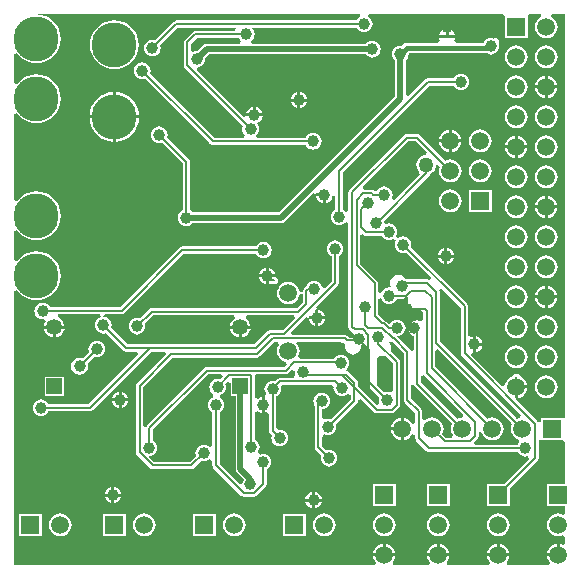
<source format=gbl>
%FSLAX25Y25*%
%MOIN*%
G70*
G01*
G75*
G04 Layer_Physical_Order=2*
G04 Layer_Color=16711680*
%ADD10R,0.16535X0.16535*%
%ADD11O,0.07087X0.02362*%
%ADD12R,0.03937X0.04331*%
%ADD13R,0.05906X0.05118*%
%ADD14R,0.08465X0.01575*%
%ADD15R,0.08465X0.01575*%
%ADD16R,0.15748X0.39370*%
%ADD17R,0.04331X0.03937*%
%ADD18O,0.06496X0.02165*%
%ADD19O,0.02165X0.06496*%
%ADD20O,0.04921X0.01181*%
%ADD21R,0.06496X0.01181*%
%ADD22C,0.00787*%
%ADD23C,0.01890*%
%ADD24C,0.01575*%
%ADD25C,0.01969*%
%ADD26C,0.01181*%
%ADD27C,0.03937*%
%ADD28C,0.01260*%
%ADD29C,0.07874*%
%ADD30C,0.03150*%
%ADD31C,0.00630*%
%ADD32C,0.01000*%
%ADD33C,0.05315*%
%ADD34R,0.05315X0.05315*%
%ADD35R,0.05906X0.05906*%
%ADD36C,0.05906*%
%ADD37R,0.05906X0.05906*%
%ADD38C,0.15000*%
%ADD39C,0.05906*%
%ADD40C,0.03937*%
%ADD41C,0.05000*%
G36*
X323199Y416648D02*
X323199Y416648D01*
X323589Y416387D01*
X323590Y416387D01*
X323590Y416387D01*
D01*
X323590Y416387D01*
X323590Y416387D01*
X324050Y416296D01*
X329104D01*
X329535Y415734D01*
X330110Y415293D01*
X330781Y415015D01*
X331500Y414920D01*
X332219Y415015D01*
X332890Y415293D01*
X333010Y415385D01*
X333791Y414786D01*
X333515Y414119D01*
X333420Y413400D01*
X333515Y412681D01*
X333793Y412010D01*
X334234Y411435D01*
X334810Y410993D01*
X335481Y410715D01*
X336200Y410620D01*
X336919Y410715D01*
X337105Y410792D01*
X345609Y402288D01*
X344985Y401527D01*
X344743Y401688D01*
X344283Y401780D01*
X344283Y401780D01*
X337209D01*
X337132Y401965D01*
X336690Y402541D01*
X336114Y402983D01*
X335444Y403261D01*
X334724Y403355D01*
X334005Y403261D01*
X333335Y402983D01*
X332759Y402541D01*
X332317Y401965D01*
X332039Y401295D01*
X331945Y400576D01*
X332039Y399856D01*
X332317Y399186D01*
D01*
X331575Y399180D01*
X331575Y399180D01*
Y399180D01*
X330855Y399085D01*
X330185Y398807D01*
X329609Y398365D01*
X329168Y397790D01*
X328970Y397312D01*
X328004Y397504D01*
Y400500D01*
X328004Y400500D01*
X327913Y400961D01*
X327652Y401351D01*
X327652Y401351D01*
X321980Y407023D01*
Y416581D01*
X322889Y416958D01*
X323199Y416648D01*
D02*
G37*
G36*
X344114Y444183D02*
X344000Y443316D01*
X343142Y443203D01*
X342342Y442872D01*
X341655Y442345D01*
X341128Y441658D01*
X340797Y440858D01*
X340684Y440000D01*
X340797Y439142D01*
X341128Y438342D01*
X341655Y437655D01*
X341700Y437621D01*
X341764Y436639D01*
X333252Y428127D01*
X332434Y428674D01*
X332685Y429281D01*
X332780Y430000D01*
X332685Y430719D01*
X332407Y431390D01*
X331965Y431965D01*
X331390Y432407D01*
X330719Y432685D01*
X330000Y432780D01*
X329281Y432685D01*
X328610Y432407D01*
X328034Y431965D01*
X327593Y431390D01*
Y431390D01*
X326731Y431351D01*
X326341Y431612D01*
X325880Y431703D01*
X325880Y431703D01*
X323193D01*
X322816Y432613D01*
X337999Y447796D01*
X340501D01*
X344114Y444183D01*
D02*
G37*
G36*
X278752Y367262D02*
Y362909D01*
X280394D01*
Y338600D01*
X280394Y338600D01*
X280496Y338088D01*
X280517Y337985D01*
X280865Y337465D01*
X280865Y337465D01*
X280865Y337465D01*
Y337465D01*
X283184Y335146D01*
X283065Y334991D01*
X282807Y334368D01*
X282752Y333950D01*
X281820Y333634D01*
X275104Y340349D01*
Y357416D01*
X275290Y357493D01*
X275866Y357934D01*
X276307Y358510D01*
X276585Y359181D01*
X276680Y359900D01*
X276585Y360619D01*
X276307Y361290D01*
X275866Y361865D01*
X275290Y362307D01*
X275290Y363292D01*
X275802Y363504D01*
X276377Y363946D01*
X276819Y364521D01*
X277097Y365192D01*
X277191Y365911D01*
X277097Y366630D01*
X277020Y366816D01*
X277843Y367639D01*
X278752Y367262D01*
D02*
G37*
G36*
X316768Y380239D02*
X316811Y380190D01*
X316720Y379500D01*
X316815Y378781D01*
X317093Y378110D01*
X317534Y377535D01*
X318110Y377093D01*
X318781Y376815D01*
X319500Y376720D01*
X320219Y376815D01*
X320890Y377093D01*
X321465Y377535D01*
X321907Y378110D01*
X322185Y378781D01*
X322280Y379500D01*
X322209Y380038D01*
X323092Y380473D01*
X325111Y378454D01*
Y366185D01*
X325111Y366185D01*
X325202Y365724D01*
X325463Y365334D01*
X328292Y362505D01*
X328215Y362319D01*
X328120Y361600D01*
X328215Y360881D01*
X328376Y360492D01*
X327557Y359946D01*
X321204Y366299D01*
Y367299D01*
X321204Y367299D01*
X321113Y367760D01*
X320851Y368151D01*
X320851Y368151D01*
X318133Y370869D01*
X317743Y371130D01*
X317282Y371222D01*
X317282Y371222D01*
X317282Y371717D01*
X317565Y371935D01*
X318007Y372510D01*
X318285Y373181D01*
X318380Y373900D01*
X318285Y374619D01*
X318007Y375290D01*
X317565Y375866D01*
X316990Y376307D01*
X316319Y376585D01*
X315600Y376680D01*
X314881Y376585D01*
X314210Y376307D01*
X313634Y375866D01*
X313242Y375354D01*
X301838D01*
X301291Y376172D01*
X301644Y377024D01*
X301772Y378000D01*
X301644Y378976D01*
X301267Y379886D01*
X300668Y380667D01*
X300757Y380930D01*
X315100D01*
X316768Y380239D01*
D02*
G37*
G36*
X328781Y376215D02*
X329500Y376120D01*
X330219Y376215D01*
X330405Y376292D01*
X332896Y373801D01*
Y364797D01*
X332652Y364479D01*
X332077Y364095D01*
X331619Y364285D01*
X330900Y364380D01*
X330181Y364285D01*
X329995Y364208D01*
X327519Y366684D01*
Y375722D01*
X327723Y375988D01*
X328337Y376399D01*
X328781Y376215D01*
D02*
G37*
G36*
X276084Y369286D02*
X275317Y368519D01*
X275131Y368596D01*
X274412Y368691D01*
X273692Y368596D01*
X273022Y368318D01*
X272446Y367877D01*
X272005Y367301D01*
X271727Y366630D01*
X271632Y365911D01*
X271727Y365192D01*
X272005Y364521D01*
X272446Y363946D01*
X273022Y363504D01*
X273022Y362519D01*
X272510Y362307D01*
X271935Y361865D01*
X271493Y361290D01*
X271215Y360619D01*
X271120Y359900D01*
X271215Y359181D01*
X271493Y358510D01*
X271935Y357934D01*
X272510Y357493D01*
X272696Y357416D01*
Y346579D01*
X271765Y345866D01*
X271190Y346307D01*
X270519Y346585D01*
X269800Y346680D01*
X269081Y346585D01*
X268410Y346307D01*
X267834Y345866D01*
X267393Y345290D01*
X267115Y344619D01*
X267020Y343900D01*
X267115Y343181D01*
X267192Y342995D01*
X265201Y341004D01*
X253299D01*
X251561Y342742D01*
X251600Y342820D01*
X252319Y342915D01*
X252990Y343193D01*
X253566Y343635D01*
X254007Y344210D01*
X254285Y344881D01*
X254380Y345600D01*
X254285Y346319D01*
X254007Y346990D01*
X253566Y347566D01*
X252990Y348007D01*
X252804Y348084D01*
Y351701D01*
X271299Y370196D01*
X275708D01*
X276084Y369286D01*
D02*
G37*
G36*
X294856Y380047D02*
X294733Y379886D01*
X294356Y378976D01*
X294228Y378000D01*
X294356Y377024D01*
X294733Y376114D01*
X295333Y375332D01*
X296114Y374733D01*
X297024Y374356D01*
X297184Y374335D01*
X297501Y373403D01*
X296702Y372604D01*
X270800D01*
X270339Y372513D01*
X269949Y372252D01*
X250748Y353051D01*
X250546Y352749D01*
X249604Y353034D01*
Y365801D01*
X259548Y375745D01*
X287550D01*
X287550Y375745D01*
X288011Y375837D01*
X288402Y376098D01*
X293234Y380930D01*
X294421D01*
X294856Y380047D01*
D02*
G37*
G36*
X339887Y366539D02*
X340148Y366148D01*
X352639Y353658D01*
X352356Y352976D01*
X352228Y352000D01*
X352356Y351024D01*
X352733Y350114D01*
X352907Y349887D01*
X352472Y349004D01*
X350699D01*
X349361Y350342D01*
X349644Y351024D01*
X349772Y352000D01*
X349644Y352976D01*
X349267Y353886D01*
X348668Y354667D01*
X347886Y355267D01*
X346976Y355644D01*
X346000Y355772D01*
X345024Y355644D01*
X344114Y355267D01*
X343587Y354863D01*
X342704Y355298D01*
Y357800D01*
X342613Y358261D01*
X342352Y358651D01*
X338904Y362099D01*
Y366461D01*
X339884Y366558D01*
X339887Y366539D01*
D02*
G37*
G36*
X281593Y482110D02*
X282034Y481534D01*
X282290Y481338D01*
X281974Y480406D01*
X270900D01*
X270209Y480269D01*
X269623Y479877D01*
X267699Y477953D01*
X267500Y477980D01*
X266781Y477885D01*
X266327Y477697D01*
X265741Y478088D01*
X265508Y478392D01*
Y480392D01*
X267412Y482296D01*
X281516D01*
X281593Y482110D01*
D02*
G37*
G36*
X390327Y355740D02*
X390327D01*
X389740D01*
X389631Y355740D01*
X389631Y355740D01*
Y355740D01*
X382260D01*
Y354349D01*
X381313Y354161D01*
X381051Y354552D01*
X381051Y354552D01*
X373794Y361809D01*
X374000Y362227D01*
X373500Y362293D01*
Y366001D01*
X373999D01*
Y366500D01*
X377707D01*
X377644Y366976D01*
X377267Y367886D01*
X376667Y368668D01*
X375886Y369267D01*
X375150Y369572D01*
X375113Y369761D01*
X374851Y370151D01*
X374461Y370413D01*
X374000Y370504D01*
X373539Y370413D01*
X373148Y370151D01*
X372887Y369761D01*
X372850Y369572D01*
X372114Y369267D01*
X371333Y368668D01*
X370733Y367886D01*
X370356Y366976D01*
X370300Y366551D01*
X369368Y366235D01*
X358990Y376613D01*
X359425Y377496D01*
X359500Y377486D01*
Y380199D01*
Y382914D01*
X359281Y382885D01*
X358823Y382695D01*
X358248Y383079D01*
X358004Y383397D01*
Y392800D01*
X358004Y392800D01*
X357913Y393261D01*
X357651Y393652D01*
X338808Y412495D01*
X338885Y412681D01*
X338980Y413400D01*
X338885Y414119D01*
X338607Y414790D01*
X338165Y415366D01*
X337590Y415807D01*
X336919Y416085D01*
X336200Y416180D01*
X335481Y416085D01*
X334810Y415807D01*
X334690Y415715D01*
X333909Y416314D01*
X334185Y416981D01*
X334280Y417700D01*
X334185Y418419D01*
X333907Y419090D01*
X333466Y419665D01*
X332890Y420107D01*
X332219Y420385D01*
X331500Y420480D01*
X330781Y420385D01*
X330709Y420356D01*
X329857Y420848D01*
X329801Y421270D01*
X344851Y436321D01*
X344851Y436321D01*
X345113Y436711D01*
X345113Y436711D01*
D01*
D01*
D01*
D01*
X345658Y437128D01*
X345658D01*
X345658Y437128D01*
X346345Y437655D01*
X346871Y438342D01*
X347203Y439142D01*
X347285Y439764D01*
X347782Y439933D01*
X348455Y439214D01*
X348356Y438976D01*
X348228Y438000D01*
X348356Y437024D01*
X348733Y436114D01*
X349332Y435332D01*
X350114Y434733D01*
X351024Y434356D01*
X352000Y434228D01*
X352976Y434356D01*
X353886Y434733D01*
X354667Y435332D01*
X355267Y436114D01*
X355644Y437024D01*
X355772Y438000D01*
X355644Y438976D01*
X355267Y439886D01*
X354667Y440667D01*
X353886Y441267D01*
X352976Y441644D01*
X352000Y441772D01*
X351024Y441644D01*
X350342Y441361D01*
X341851Y449852D01*
X341461Y450113D01*
X341000Y450204D01*
X341000Y450204D01*
X337500D01*
X337500Y450204D01*
X337039Y450113D01*
X336649Y449852D01*
X336649Y449852D01*
X318651Y431854D01*
X318349Y431652D01*
X318088Y431262D01*
X317997Y430801D01*
Y424722D01*
X317065Y424406D01*
X316865Y424665D01*
X316290Y425107D01*
X316104Y425184D01*
Y437581D01*
X344919Y466396D01*
X353091D01*
X353168Y466210D01*
X353609Y465634D01*
X354185Y465193D01*
X354855Y464915D01*
X355575Y464820D01*
X356294Y464915D01*
X356965Y465193D01*
X357540Y465634D01*
X357982Y466210D01*
X358260Y466881D01*
X358354Y467600D01*
X358260Y468319D01*
X357982Y468990D01*
X357540Y469565D01*
X356965Y470007D01*
X356294Y470285D01*
X355575Y470380D01*
X354855Y470285D01*
X354185Y470007D01*
X353609Y469565D01*
X353168Y468990D01*
X353091Y468804D01*
X344420D01*
X343959Y468713D01*
X343803Y468608D01*
X343568Y468451D01*
X343568Y468451D01*
X338062Y462945D01*
X337153Y463322D01*
Y474759D01*
X337312Y474881D01*
X337754Y475457D01*
X338031Y476127D01*
X338126Y476846D01*
X338067Y477296D01*
X338165Y477394D01*
X363717D01*
X364110Y477093D01*
X364781Y476815D01*
X365500Y476720D01*
X366219Y476815D01*
X366890Y477093D01*
X367465Y477534D01*
X367907Y478110D01*
X368185Y478781D01*
X368280Y479500D01*
X368185Y480219D01*
X368075Y480484D01*
X368113Y480539D01*
X368204Y481000D01*
X368113Y481461D01*
X367851Y481851D01*
X367461Y482113D01*
X367000Y482204D01*
X366539Y482113D01*
X366484Y482076D01*
X366219Y482185D01*
X365500Y482280D01*
X364781Y482185D01*
X364110Y481907D01*
X363534Y481465D01*
X363093Y480890D01*
X362975Y480606D01*
X354225D01*
X353560Y481116D01*
X353354Y481424D01*
X353585Y481981D01*
X353614Y482200D01*
X348186D01*
X348215Y481981D01*
X348446Y481424D01*
X348240Y481116D01*
X347575Y480606D01*
X337500D01*
X337500Y480606D01*
X336987Y480504D01*
X336885Y480483D01*
X336365Y480135D01*
X335796Y479567D01*
X335346Y479626D01*
X334627Y479531D01*
X333957Y479254D01*
X333381Y478812D01*
X332939Y478236D01*
X332661Y477566D01*
X332567Y476846D01*
X332661Y476127D01*
X332939Y475457D01*
X333381Y474881D01*
X333540Y474759D01*
Y462795D01*
X294952Y424206D01*
X266088D01*
X265966Y424366D01*
X265390Y424807D01*
X265204Y424884D01*
Y441000D01*
X265113Y441461D01*
X264851Y441852D01*
X264851Y441852D01*
X257608Y449095D01*
X257685Y449281D01*
X257780Y450000D01*
X257685Y450719D01*
X257407Y451390D01*
X256965Y451966D01*
X256390Y452407D01*
X255719Y452685D01*
X255000Y452780D01*
X254281Y452685D01*
X253610Y452407D01*
X253034Y451966D01*
X252593Y451390D01*
X252315Y450719D01*
X252220Y450000D01*
X252315Y449281D01*
X252593Y448610D01*
X253034Y448034D01*
X253610Y447593D01*
X254281Y447315D01*
X255000Y447220D01*
X255719Y447315D01*
X255905Y447392D01*
X262796Y440501D01*
Y424884D01*
X262610Y424807D01*
X262035Y424366D01*
X261593Y423790D01*
X261315Y423119D01*
X261220Y422400D01*
X261315Y421681D01*
X261593Y421010D01*
X262035Y420435D01*
X262610Y419993D01*
X263281Y419715D01*
X264000Y419620D01*
X264719Y419715D01*
X265390Y419993D01*
X265966Y420435D01*
X266088Y420594D01*
X295700D01*
X296391Y420731D01*
X296977Y421123D01*
X306345Y430490D01*
X307227Y430055D01*
X307286Y430500D01*
X310001D01*
Y430001D01*
X310500D01*
Y427286D01*
X310719Y427315D01*
X311390Y427593D01*
X311965Y428034D01*
X312407Y428610D01*
X312685Y429281D01*
X312714Y429498D01*
X313696Y429434D01*
Y425184D01*
X313510Y425107D01*
X312934Y424665D01*
X312493Y424090D01*
X312215Y423419D01*
X312120Y422700D01*
X312215Y421981D01*
X312493Y421310D01*
X312934Y420735D01*
X313510Y420293D01*
X314181Y420015D01*
X314900Y419920D01*
X315619Y420015D01*
X316290Y420293D01*
X316865Y420735D01*
X317065Y420994D01*
X317997Y420678D01*
Y386067D01*
X317997Y386067D01*
X318088Y385606D01*
X318349Y385216D01*
X320473Y383092D01*
X320038Y382209D01*
X319500Y382280D01*
X318781Y382185D01*
X318595Y382108D01*
X317718Y382985D01*
X317327Y383247D01*
X316866Y383338D01*
X316866Y383338D01*
X299327D01*
X298951Y384248D01*
X303815Y389112D01*
X304747Y388796D01*
X304720Y389000D01*
X304786Y389500D01*
X307000D01*
Y391714D01*
X307500Y391780D01*
X307382Y392679D01*
X314452Y399748D01*
X314452Y399748D01*
X314608Y399983D01*
X314713Y400139D01*
X314804Y400600D01*
X314804Y400600D01*
X314804Y400600D01*
Y400600D01*
Y409516D01*
X314990Y409593D01*
X315565Y410035D01*
X316007Y410610D01*
X316285Y411281D01*
X316380Y412000D01*
X316285Y412719D01*
X316007Y413390D01*
X315565Y413966D01*
X314990Y414407D01*
X314319Y414685D01*
X313600Y414780D01*
X312881Y414685D01*
X312210Y414407D01*
X311634Y413966D01*
X311193Y413390D01*
X310915Y412719D01*
X310820Y412000D01*
X310915Y411281D01*
X311193Y410610D01*
X311634Y410035D01*
X312210Y409593D01*
X312396Y409516D01*
Y401099D01*
X310127Y398830D01*
X309195Y399146D01*
X309185Y399219D01*
X308907Y399890D01*
X308466Y400465D01*
X307890Y400907D01*
X307219Y401185D01*
X306500Y401280D01*
X305781Y401185D01*
X305110Y400907D01*
X304535Y400465D01*
X304093Y399890D01*
X303944Y399532D01*
X303675Y399352D01*
X303674Y399352D01*
X303075Y398751D01*
X302813Y398361D01*
X302722Y397900D01*
Y397900D01*
Y397514D01*
X301740Y397449D01*
X301644Y398176D01*
X301267Y399086D01*
X300668Y399868D01*
X299886Y400467D01*
X298976Y400844D01*
X298000Y400972D01*
X297024Y400844D01*
X296114Y400467D01*
X295333Y399868D01*
X294733Y399086D01*
X294356Y398176D01*
X294228Y397200D01*
X294356Y396224D01*
X294733Y395314D01*
X295333Y394532D01*
X296114Y393933D01*
X297024Y393556D01*
X298000Y393428D01*
X298976Y393556D01*
X299886Y393933D01*
X300668Y394532D01*
X301267Y395314D01*
X301644Y396224D01*
X301740Y396951D01*
X302722Y396886D01*
Y394125D01*
X300801Y392204D01*
X252400D01*
X252400Y392204D01*
X251939Y392113D01*
X251549Y391851D01*
X251549Y391851D01*
X248505Y388808D01*
X248319Y388885D01*
X247600Y388980D01*
X246881Y388885D01*
X246210Y388607D01*
X245635Y388165D01*
X245193Y387590D01*
X244915Y386919D01*
X244820Y386200D01*
X244915Y385481D01*
X245193Y384810D01*
X245635Y384234D01*
X246210Y383793D01*
X246881Y383515D01*
X247600Y383420D01*
X248319Y383515D01*
X248990Y383793D01*
X249566Y384234D01*
X250007Y384810D01*
X250285Y385481D01*
X250380Y386200D01*
X250285Y386919D01*
X250208Y387105D01*
X252899Y389796D01*
X279872D01*
X280263Y388852D01*
X279543Y388299D01*
X278991Y387580D01*
X278644Y386742D01*
X278591Y386343D01*
X285409D01*
X285356Y386742D01*
X285009Y387580D01*
X284457Y388299D01*
X283737Y388852D01*
X284128Y389796D01*
X299807D01*
X300183Y388886D01*
X296210Y384913D01*
X291924D01*
X291463Y384821D01*
X291307Y384717D01*
X291073Y384560D01*
X291073Y384560D01*
X286641Y380129D01*
X251824D01*
X251824Y380129D01*
X251824Y380129D01*
X244421D01*
X238955Y385595D01*
X239032Y385781D01*
X239127Y386500D01*
X239032Y387219D01*
X238754Y387890D01*
X238313Y388465D01*
X237737Y388907D01*
X237066Y389185D01*
X236347Y389280D01*
Y389400D01*
X237043Y390096D01*
X242400D01*
X242400Y390096D01*
X242861Y390187D01*
X243251Y390448D01*
X263199Y410396D01*
X287216D01*
X287293Y410210D01*
X287735Y409634D01*
X288310Y409193D01*
X288981Y408915D01*
X289700Y408820D01*
X290419Y408915D01*
X291090Y409193D01*
X291666Y409634D01*
X292107Y410210D01*
X292385Y410881D01*
X292480Y411600D01*
X292385Y412319D01*
X292107Y412990D01*
X291666Y413565D01*
X291090Y414007D01*
X290419Y414285D01*
X289700Y414380D01*
X288981Y414285D01*
X288310Y414007D01*
X287735Y413565D01*
X287293Y412990D01*
X287216Y412804D01*
X262700D01*
X262700Y412804D01*
X262239Y412713D01*
X261848Y412452D01*
X261848Y412452D01*
X241901Y392504D01*
X218584D01*
X218507Y392690D01*
X218066Y393266D01*
X217490Y393707D01*
X216819Y393985D01*
X216100Y394080D01*
X215381Y393985D01*
X214710Y393707D01*
X214135Y393266D01*
X213693Y392690D01*
X213415Y392019D01*
X213320Y391300D01*
X213415Y390581D01*
X213693Y389910D01*
X214135Y389335D01*
X214710Y388893D01*
X215381Y388615D01*
X216100Y388520D01*
X216619Y388589D01*
X217111Y387736D01*
X216991Y387580D01*
X216644Y386742D01*
X216591Y386343D01*
X223409D01*
X223356Y386742D01*
X223009Y387580D01*
X222457Y388299D01*
X221737Y388852D01*
X221064Y389130D01*
X221256Y390096D01*
X235304D01*
X235367Y389776D01*
X235367D01*
X235496Y389130D01*
X234957Y388907D01*
X234382Y388465D01*
X233940Y387890D01*
X233662Y387219D01*
X233567Y386500D01*
X233662Y385781D01*
X233940Y385110D01*
X234382Y384535D01*
X234957Y384093D01*
X235628Y383815D01*
X236347Y383720D01*
X237066Y383815D01*
X237252Y383892D01*
X243071Y378073D01*
X243071Y378073D01*
X243462Y377812D01*
X243462Y377812D01*
X243462Y377812D01*
D01*
X243462Y377812D01*
X243462Y377812D01*
X243923Y377720D01*
X243923Y377720D01*
X247631D01*
X248008Y376811D01*
X231401Y360204D01*
X217984D01*
X217907Y360390D01*
X217465Y360965D01*
X216890Y361407D01*
X216219Y361685D01*
X215500Y361780D01*
X214781Y361685D01*
X214110Y361407D01*
X213534Y360965D01*
X213093Y360390D01*
X212815Y359719D01*
X212720Y359000D01*
X212815Y358281D01*
X213093Y357610D01*
X213534Y357034D01*
X214110Y356593D01*
X214781Y356315D01*
X215500Y356220D01*
X216219Y356315D01*
X216890Y356593D01*
X217465Y357034D01*
X217907Y357610D01*
X217984Y357796D01*
X231900D01*
X231900Y357796D01*
X232361Y357887D01*
X232751Y358149D01*
X252323Y377720D01*
X256831D01*
X257208Y376811D01*
X247549Y367151D01*
X247287Y366761D01*
X247196Y366300D01*
X247196Y366300D01*
Y344200D01*
X247196Y344200D01*
X247287Y343739D01*
X247549Y343349D01*
X251948Y338948D01*
X252339Y338687D01*
X252800Y338596D01*
X252800Y338596D01*
X265700D01*
X265700Y338596D01*
X266161Y338687D01*
X266551Y338948D01*
X268895Y341292D01*
X269081Y341215D01*
X269800Y341120D01*
X270519Y341215D01*
X271190Y341493D01*
X271765Y341934D01*
X272696Y341221D01*
Y339850D01*
X272696Y339850D01*
X272787Y339390D01*
X273048Y338999D01*
X282348Y329699D01*
X282348Y329699D01*
X282739Y329438D01*
X282739Y329438D01*
X282739Y329438D01*
D01*
X282739Y329438D01*
X282739Y329438D01*
X283200Y329346D01*
X283200Y329346D01*
X286400D01*
X286400Y329346D01*
X286861Y329438D01*
X287251Y329699D01*
X290452Y332899D01*
X290452Y332899D01*
X290608Y333133D01*
X290713Y333290D01*
X290804Y333750D01*
X290804Y333750D01*
X290804Y333750D01*
Y333750D01*
Y338416D01*
X290990Y338493D01*
X291565Y338934D01*
X292007Y339510D01*
X292285Y340181D01*
X292380Y340900D01*
X292285Y341619D01*
X292007Y342290D01*
X291565Y342865D01*
X290990Y343307D01*
X290319Y343585D01*
X289600Y343680D01*
X288881Y343585D01*
X288447Y343405D01*
X287847Y344186D01*
X288049Y344449D01*
X288327Y345119D01*
X288422Y345839D01*
X288327Y346558D01*
X288049Y347228D01*
X287607Y347804D01*
X287032Y348246D01*
X286846Y348323D01*
Y357430D01*
X287201Y357702D01*
X287729Y357962D01*
X288210Y357593D01*
X288881Y357315D01*
X289100Y357286D01*
Y359999D01*
Y362714D01*
X288881Y362685D01*
X288210Y362407D01*
X287729Y362038D01*
X287201Y362298D01*
X286846Y362571D01*
Y369799D01*
X287172Y370196D01*
X297201D01*
X297201Y370196D01*
X297662Y370287D01*
X298052Y370549D01*
X299223Y371719D01*
X300106Y371284D01*
X300068Y371000D01*
X300163Y370281D01*
X300353Y369823D01*
X299969Y369248D01*
X299651Y369004D01*
X295318D01*
X294857Y368913D01*
X294467Y368652D01*
X294467Y368652D01*
X293705Y367890D01*
X293519Y367967D01*
X292800Y368061D01*
X292081Y367967D01*
X291410Y367689D01*
X290834Y367247D01*
X290393Y366672D01*
X290115Y366001D01*
X290020Y365282D01*
X290115Y364562D01*
X290393Y363892D01*
X290648Y363559D01*
X290156Y362706D01*
X290100Y362714D01*
Y359999D01*
Y357286D01*
X290319Y357315D01*
X290777Y357505D01*
X291352Y357121D01*
X291596Y356803D01*
Y351300D01*
X291596Y351300D01*
X291687Y350839D01*
X291949Y350448D01*
X292492Y349905D01*
X292415Y349719D01*
X292320Y349000D01*
X292415Y348281D01*
X292693Y347610D01*
X293134Y347035D01*
X293710Y346593D01*
X294381Y346315D01*
X295100Y346220D01*
X295819Y346315D01*
X296490Y346593D01*
X297065Y347035D01*
X297507Y347610D01*
X297785Y348281D01*
X297880Y349000D01*
X297785Y349719D01*
X297507Y350390D01*
X297065Y350965D01*
X296490Y351407D01*
X295819Y351685D01*
X295100Y351780D01*
X294744Y351733D01*
X294142Y352261D01*
X294004Y352593D01*
Y362798D01*
X294190Y362875D01*
X294765Y363316D01*
X295207Y363892D01*
X295485Y364562D01*
X295580Y365282D01*
X295485Y366001D01*
X295408Y366187D01*
X295817Y366596D01*
X312299D01*
X312477Y366522D01*
X313061Y365856D01*
X313019Y365539D01*
X313114Y364819D01*
X313392Y364149D01*
X313834Y363573D01*
X314409Y363131D01*
X315080Y362854D01*
X315799Y362759D01*
X316519Y362854D01*
X317189Y363131D01*
X317765Y363573D01*
X317864Y363702D01*
X318796Y363386D01*
Y361899D01*
X312105Y355208D01*
X311919Y355285D01*
X311200Y355380D01*
X310481Y355285D01*
X310023Y355095D01*
X309448Y355479D01*
X309204Y355797D01*
Y358434D01*
X309819Y358515D01*
X310490Y358793D01*
X311066Y359234D01*
X311507Y359810D01*
X311785Y360481D01*
X311880Y361200D01*
X311785Y361919D01*
X311507Y362590D01*
X311066Y363165D01*
X310490Y363607D01*
X309819Y363885D01*
X309100Y363980D01*
X308381Y363885D01*
X307710Y363607D01*
X307135Y363165D01*
X306693Y362590D01*
X306415Y361919D01*
X306320Y361200D01*
X306415Y360481D01*
X306693Y359810D01*
X306796Y359676D01*
Y345800D01*
X306796Y345800D01*
X306887Y345339D01*
X307149Y344949D01*
X308992Y343105D01*
X308915Y342919D01*
X308820Y342200D01*
X308915Y341481D01*
X309193Y340810D01*
X309634Y340234D01*
X310210Y339793D01*
X310881Y339515D01*
X311600Y339420D01*
X312319Y339515D01*
X312990Y339793D01*
X313565Y340234D01*
X314007Y340810D01*
X314285Y341481D01*
X314380Y342200D01*
X314285Y342919D01*
X314007Y343590D01*
X313565Y344165D01*
X312990Y344607D01*
X312319Y344885D01*
X311600Y344980D01*
X310881Y344885D01*
X310695Y344808D01*
X309204Y346299D01*
Y349403D01*
X309448Y349721D01*
X310023Y350105D01*
X310481Y349915D01*
X311200Y349820D01*
X311919Y349915D01*
X312590Y350193D01*
X313165Y350635D01*
X313607Y351210D01*
X313885Y351881D01*
X313980Y352600D01*
X313885Y353319D01*
X313808Y353505D01*
X320851Y360548D01*
X321113Y360939D01*
X321204Y361400D01*
X321204Y361400D01*
Y361607D01*
X322114Y361983D01*
X326549Y357548D01*
X326939Y357287D01*
X327400Y357196D01*
X327400Y357196D01*
X332500D01*
X332500Y357196D01*
X332961Y357287D01*
X333351Y357548D01*
X334951Y359149D01*
X335213Y359539D01*
X335304Y360000D01*
Y374300D01*
X335213Y374761D01*
X334951Y375151D01*
X334951Y375151D01*
X332108Y377995D01*
X332185Y378181D01*
X332280Y378900D01*
X332185Y379619D01*
X331907Y380290D01*
X331466Y380866D01*
X331476Y380896D01*
X332701D01*
X336496Y377101D01*
Y361600D01*
X336496Y361600D01*
X336587Y361139D01*
X336848Y360749D01*
X340296Y357301D01*
Y353925D01*
X339330Y353733D01*
X339267Y353886D01*
X338667Y354667D01*
X337886Y355267D01*
X336976Y355644D01*
X336500Y355707D01*
Y351999D01*
Y348293D01*
X336976Y348356D01*
X337886Y348733D01*
X338667Y349332D01*
X339267Y350114D01*
X339330Y350267D01*
X340296Y350075D01*
Y348800D01*
X340296Y348800D01*
X340387Y348339D01*
X340649Y347949D01*
X343949Y344649D01*
X343949Y344649D01*
X344183Y344492D01*
X344339Y344387D01*
X344800Y344296D01*
X374516D01*
X374593Y344110D01*
X375034Y343534D01*
X375610Y343093D01*
X376281Y342815D01*
X377000Y342720D01*
X377719Y342815D01*
X377766Y342834D01*
X378313Y342016D01*
X370037Y333740D01*
X364260D01*
Y326260D01*
X371740D01*
Y332037D01*
X381051Y341349D01*
X381051Y341349D01*
X381313Y341739D01*
X381404Y342200D01*
X381404Y342200D01*
Y348260D01*
X382260D01*
Y348260D01*
X389631D01*
X390327Y347564D01*
Y333740D01*
X384260D01*
Y326260D01*
X390327D01*
Y323970D01*
X389509Y323423D01*
X388976Y323644D01*
X388000Y323772D01*
X387024Y323644D01*
X386114Y323267D01*
X385332Y322668D01*
X384733Y321886D01*
X384356Y320976D01*
X384228Y320000D01*
X384356Y319024D01*
X384733Y318114D01*
X385332Y317333D01*
X386114Y316733D01*
X387024Y316356D01*
X388000Y316228D01*
X388976Y316356D01*
X389509Y316577D01*
X390327Y316030D01*
Y313970D01*
X389509Y313423D01*
X388976Y313644D01*
X388500Y313707D01*
Y309999D01*
X388001D01*
Y309500D01*
X384293D01*
X384356Y309024D01*
X384733Y308114D01*
X385276Y307406D01*
X385074Y306995D01*
X384712Y306523D01*
X371288D01*
X370926Y306995D01*
X370724Y307406D01*
X371267Y308114D01*
X371644Y309024D01*
X371707Y309500D01*
X364293D01*
X364356Y309024D01*
X364733Y308114D01*
X365276Y307406D01*
X365074Y306995D01*
X364711Y306523D01*
X351289D01*
X350926Y306995D01*
X350724Y307406D01*
X351267Y308114D01*
X351644Y309024D01*
X351707Y309500D01*
X344293D01*
X344356Y309024D01*
X344733Y308114D01*
X345276Y307406D01*
X345074Y306995D01*
X344711Y306523D01*
X333289D01*
X332926Y306995D01*
X332724Y307406D01*
X333267Y308114D01*
X333644Y309024D01*
X333707Y309500D01*
X326293D01*
X326356Y309024D01*
X326733Y308114D01*
X327276Y307406D01*
X327074Y306995D01*
X326712Y306523D01*
X206523D01*
Y397897D01*
X207450Y398228D01*
X208251Y397251D01*
X209483Y396240D01*
X210889Y395489D01*
X212414Y395026D01*
X214000Y394870D01*
X215586Y395026D01*
X217111Y395489D01*
X218517Y396240D01*
X219749Y397251D01*
X220760Y398483D01*
X221511Y399889D01*
X221973Y401414D01*
X222130Y403000D01*
X221973Y404586D01*
X221511Y406111D01*
X220760Y407517D01*
X219749Y408749D01*
X218517Y409760D01*
X217111Y410511D01*
X215586Y410974D01*
X214000Y411130D01*
X212414Y410974D01*
X210889Y410511D01*
X209483Y409760D01*
X208251Y408749D01*
X207450Y407772D01*
X206523Y408103D01*
Y417897D01*
X207450Y418228D01*
X208251Y417251D01*
X209483Y416240D01*
X210889Y415489D01*
X212414Y415027D01*
X214000Y414870D01*
X215586Y415027D01*
X217111Y415489D01*
X218517Y416240D01*
X219749Y417251D01*
X220760Y418483D01*
X221511Y419889D01*
X221973Y421414D01*
X222130Y423000D01*
X221973Y424586D01*
X221511Y426111D01*
X220760Y427517D01*
X219749Y428749D01*
X218517Y429760D01*
X217111Y430511D01*
X215586Y430973D01*
X214000Y431130D01*
X212414Y430973D01*
X210889Y430511D01*
X209483Y429760D01*
X208251Y428749D01*
X207450Y427772D01*
X206523Y428103D01*
Y456897D01*
X207450Y457228D01*
X208251Y456251D01*
X209483Y455240D01*
X210889Y454489D01*
X212414Y454027D01*
X214000Y453870D01*
X215586Y454027D01*
X217111Y454489D01*
X218517Y455240D01*
X219749Y456251D01*
X220760Y457483D01*
X221511Y458889D01*
X221973Y460414D01*
X222130Y462000D01*
X221973Y463586D01*
X221511Y465111D01*
X220760Y466517D01*
X219749Y467749D01*
X218517Y468760D01*
X217111Y469511D01*
X215586Y469974D01*
X214000Y470130D01*
X212414Y469974D01*
X210889Y469511D01*
X209483Y468760D01*
X208251Y467749D01*
X207450Y466772D01*
X206523Y467103D01*
Y476897D01*
X207450Y477228D01*
X208251Y476251D01*
X209483Y475240D01*
X210889Y474489D01*
X212414Y474026D01*
X214000Y473870D01*
X215586Y474026D01*
X217111Y474489D01*
X218517Y475240D01*
X219749Y476251D01*
X220760Y477483D01*
X221511Y478889D01*
X221973Y480414D01*
X222130Y482000D01*
X221973Y483586D01*
X221511Y485111D01*
X220760Y486517D01*
X219749Y487749D01*
X218517Y488760D01*
X217111Y489511D01*
X215586Y489973D01*
X214000Y490130D01*
X214198Y490327D01*
X321850D01*
X322042Y489362D01*
X321910Y489307D01*
X321335Y488866D01*
X320893Y488290D01*
X320816Y488104D01*
X260700D01*
X260700Y488104D01*
X260239Y488013D01*
X259848Y487751D01*
X253605Y481508D01*
X253419Y481585D01*
X252700Y481680D01*
X251981Y481585D01*
X251310Y481307D01*
X250734Y480865D01*
X250293Y480290D01*
X250015Y479619D01*
X249920Y478900D01*
X250015Y478181D01*
X250293Y477510D01*
X250734Y476934D01*
X251310Y476493D01*
X251981Y476215D01*
X252700Y476120D01*
X253419Y476215D01*
X254090Y476493D01*
X254665Y476934D01*
X255107Y477510D01*
X255385Y478181D01*
X255480Y478900D01*
X255385Y479619D01*
X255308Y479805D01*
X261199Y485696D01*
X280542D01*
X280620Y485636D01*
X280304Y484704D01*
X266913D01*
X266913Y484704D01*
X266452Y484613D01*
X266062Y484351D01*
X266062Y484351D01*
X263453Y481742D01*
X263191Y481352D01*
X263100Y480891D01*
X263100Y480891D01*
Y473096D01*
X263100Y473096D01*
X263191Y472635D01*
X263453Y472245D01*
X282792Y452905D01*
X282715Y452719D01*
X282620Y452000D01*
X282715Y451281D01*
X282993Y450610D01*
X283435Y450035D01*
X283562Y449936D01*
X283246Y449004D01*
X273399D01*
X251908Y470495D01*
X251985Y470681D01*
X252080Y471400D01*
X251985Y472119D01*
X251707Y472790D01*
X251266Y473365D01*
X250690Y473807D01*
X250019Y474085D01*
X249300Y474180D01*
X248581Y474085D01*
X247910Y473807D01*
X247335Y473365D01*
X246893Y472790D01*
X246615Y472119D01*
X246520Y471400D01*
X246615Y470681D01*
X246893Y470010D01*
X247335Y469434D01*
X247910Y468993D01*
X248581Y468715D01*
X249300Y468620D01*
X250019Y468715D01*
X250205Y468792D01*
X272048Y446948D01*
X272439Y446687D01*
X272900Y446596D01*
X272900Y446596D01*
X303816D01*
X303893Y446410D01*
X304334Y445834D01*
X304910Y445393D01*
X305581Y445115D01*
X306300Y445020D01*
X307019Y445115D01*
X307690Y445393D01*
X308265Y445834D01*
X308707Y446410D01*
X308985Y447081D01*
X309080Y447800D01*
X308985Y448519D01*
X308707Y449190D01*
X308265Y449765D01*
X307690Y450207D01*
X307019Y450485D01*
X306300Y450580D01*
X305581Y450485D01*
X304910Y450207D01*
X304334Y449765D01*
X303893Y449190D01*
X303816Y449004D01*
X287554D01*
X287238Y449936D01*
X287366Y450035D01*
X287807Y450610D01*
X288085Y451281D01*
X288180Y452000D01*
X288085Y452719D01*
X287807Y453390D01*
X287414Y453902D01*
X287419Y453915D01*
X288090Y454193D01*
X288666Y454635D01*
X289107Y455210D01*
X289385Y455881D01*
X289414Y456100D01*
X283986D01*
X283935Y456486D01*
X283053Y456050D01*
X267405Y471698D01*
X267500Y472420D01*
X268219Y472515D01*
X268890Y472793D01*
X269465Y473235D01*
X269907Y473810D01*
X270185Y474481D01*
X270280Y475200D01*
X270253Y475399D01*
X271648Y476794D01*
X323836D01*
X324035Y476535D01*
X324610Y476093D01*
X325281Y475815D01*
X326000Y475720D01*
X326719Y475815D01*
X327390Y476093D01*
X327965Y476535D01*
X328407Y477110D01*
X328685Y477781D01*
X328780Y478500D01*
X328685Y479219D01*
X328407Y479890D01*
X327965Y480466D01*
X327390Y480907D01*
X326719Y481185D01*
X326000Y481280D01*
X325281Y481185D01*
X324610Y480907D01*
X324035Y480466D01*
X323989Y480406D01*
X286026D01*
X285710Y481338D01*
X285965Y481534D01*
X286407Y482110D01*
X286685Y482781D01*
X286780Y483500D01*
X286685Y484219D01*
X286407Y484890D01*
X285965Y485465D01*
X286044Y485696D01*
X320816D01*
X320893Y485510D01*
X321335Y484935D01*
X321910Y484493D01*
X322581Y484215D01*
X323300Y484120D01*
X324019Y484215D01*
X324690Y484493D01*
X325266Y484935D01*
X325707Y485510D01*
X325985Y486181D01*
X326080Y486900D01*
X325985Y487619D01*
X325707Y488290D01*
X325266Y488866D01*
X324690Y489307D01*
X324558Y489362D01*
X324750Y490327D01*
X369564D01*
X370260Y489631D01*
Y482260D01*
X377740D01*
Y489631D01*
X377740Y489631D01*
D01*
X377740Y489740D01*
D01*
X378327Y490327D01*
X382151D01*
X382343Y489362D01*
X382114Y489267D01*
X381332Y488667D01*
X380733Y487886D01*
X380356Y486976D01*
X380228Y486000D01*
X380356Y485024D01*
X380733Y484114D01*
X381332Y483332D01*
X382114Y482733D01*
X383024Y482356D01*
X384000Y482228D01*
X384976Y482356D01*
X385886Y482733D01*
X386667Y483332D01*
X387267Y484114D01*
X387644Y485024D01*
X387772Y486000D01*
X387644Y486976D01*
X387267Y487886D01*
X386667Y488667D01*
X385886Y489267D01*
X385657Y489362D01*
X385849Y490327D01*
X390327D01*
Y355740D01*
D02*
G37*
G36*
X355596Y392301D02*
Y377100D01*
X355596Y377100D01*
X355687Y376639D01*
X355948Y376249D01*
X375588Y356609D01*
X375272Y355677D01*
X375024Y355644D01*
X374342Y355361D01*
X348503Y381200D01*
Y397559D01*
X348503Y397559D01*
X348412Y398020D01*
X348251Y398261D01*
X349011Y398886D01*
X355596Y392301D01*
D02*
G37*
G36*
X372639Y353658D02*
X372356Y352976D01*
X372228Y352000D01*
X372356Y351024D01*
X372733Y350114D01*
X373333Y349332D01*
X374114Y348733D01*
X375024Y348356D01*
X375024Y348356D01*
X375024D01*
X375034Y347465D01*
X374593Y346890D01*
X374516Y346704D01*
X360293D01*
X359917Y347614D01*
X361052Y348748D01*
X361052Y348748D01*
X361208Y348983D01*
X361313Y349139D01*
X361404Y349600D01*
Y350799D01*
X362370Y350991D01*
X362733Y350114D01*
X363333Y349332D01*
X364114Y348733D01*
X365024Y348356D01*
X366000Y348228D01*
X366976Y348356D01*
X367886Y348733D01*
X368668Y349332D01*
X369267Y350114D01*
X369644Y351024D01*
X369772Y352000D01*
X369644Y352976D01*
X369267Y353886D01*
X368668Y354667D01*
X367886Y355267D01*
X366976Y355644D01*
X366000Y355772D01*
X365024Y355644D01*
X364342Y355361D01*
X346929Y372774D01*
Y378082D01*
X347838Y378459D01*
X372639Y353658D01*
D02*
G37*
G36*
X338066Y395567D02*
X338015Y395444D01*
X337920Y394724D01*
X338015Y394005D01*
X338293Y393335D01*
X338735Y392759D01*
X339310Y392317D01*
X339981Y392039D01*
X340700Y391945D01*
X341419Y392039D01*
X341605Y392116D01*
X342945Y390776D01*
Y388463D01*
X342127Y387916D01*
X341719Y388085D01*
X341000Y388180D01*
X340281Y388085D01*
X339610Y387807D01*
X339035Y387366D01*
X338593Y386790D01*
X338315Y386119D01*
X338220Y385400D01*
X338315Y384681D01*
X338593Y384010D01*
X339035Y383435D01*
X339610Y382993D01*
X339796Y382916D01*
Y378139D01*
X338816Y378042D01*
X338813Y378061D01*
X338551Y378451D01*
X334261Y382742D01*
X334300Y382820D01*
X335019Y382915D01*
X335690Y383193D01*
X336265Y383634D01*
X336707Y384210D01*
X336985Y384881D01*
X337080Y385600D01*
X336985Y386319D01*
X336707Y386990D01*
X336265Y387565D01*
X335690Y388007D01*
X335019Y388285D01*
X334300Y388380D01*
X333581Y388285D01*
X332910Y388007D01*
X332334Y387565D01*
X331965Y387084D01*
X331706Y387067D01*
X330391Y387612D01*
X328004Y389999D01*
Y395296D01*
X328970Y395488D01*
X329168Y395010D01*
X329609Y394434D01*
X330185Y393993D01*
X330855Y393715D01*
X331575Y393620D01*
X332294Y393715D01*
X332965Y393993D01*
X333540Y394434D01*
X333982Y395010D01*
X334059Y395196D01*
X335831D01*
X335831Y395196D01*
X336292Y395287D01*
X336683Y395549D01*
X337248Y396113D01*
X338066Y395567D01*
D02*
G37*
G36*
X343298Y369599D02*
X356131Y356766D01*
X356066Y356276D01*
X355890Y355758D01*
X355024Y355644D01*
X354342Y355361D01*
X342204Y367499D01*
Y369541D01*
X343146Y369826D01*
X343298Y369599D01*
D02*
G37*
%LPC*%
G36*
X377707Y365500D02*
X374500D01*
Y362293D01*
X374976Y362356D01*
X375886Y362733D01*
X376667Y363333D01*
X377267Y364114D01*
X377644Y365024D01*
X377707Y365500D01*
D02*
G37*
G36*
X223248Y369405D02*
X216752D01*
Y362909D01*
X223248D01*
Y369405D01*
D02*
G37*
G36*
X244614Y361100D02*
X242400D01*
Y358886D01*
X242619Y358915D01*
X243290Y359193D01*
X243865Y359634D01*
X244307Y360210D01*
X244585Y360881D01*
X244614Y361100D01*
D02*
G37*
G36*
X241400D02*
X239186D01*
X239215Y360881D01*
X239493Y360210D01*
X239934Y359634D01*
X240510Y359193D01*
X241181Y358915D01*
X241400Y358886D01*
Y361100D01*
D02*
G37*
G36*
Y364314D02*
X241181Y364285D01*
X240510Y364007D01*
X239934Y363565D01*
X239493Y362990D01*
X239215Y362319D01*
X239186Y362100D01*
X241400D01*
Y364314D01*
D02*
G37*
G36*
X384000Y369772D02*
X383024Y369644D01*
X382114Y369267D01*
X381332Y368668D01*
X380733Y367886D01*
X380356Y366976D01*
X380228Y366000D01*
X380356Y365024D01*
X380733Y364114D01*
X381332Y363333D01*
X382114Y362733D01*
X383024Y362356D01*
X384000Y362228D01*
X384976Y362356D01*
X385886Y362733D01*
X386667Y363333D01*
X387267Y364114D01*
X387644Y365024D01*
X387772Y366000D01*
X387644Y366976D01*
X387267Y367886D01*
X386667Y368668D01*
X385886Y369267D01*
X384976Y369644D01*
X384000Y369772D01*
D02*
G37*
G36*
X242400Y364314D02*
Y362100D01*
X244614D01*
X244585Y362319D01*
X244307Y362990D01*
X243865Y363565D01*
X243290Y364007D01*
X242619Y364285D01*
X242400Y364314D01*
D02*
G37*
G36*
X281500Y385343D02*
X278591D01*
X278644Y384943D01*
X278991Y384105D01*
X279543Y383386D01*
X280263Y382834D01*
X281101Y382486D01*
X281500Y382434D01*
Y385343D01*
D02*
G37*
G36*
X223409D02*
X220500D01*
Y382434D01*
X220899Y382486D01*
X221737Y382834D01*
X222457Y383386D01*
X223009Y384105D01*
X223356Y384943D01*
X223409Y385343D01*
D02*
G37*
G36*
X219500D02*
X216591D01*
X216644Y384943D01*
X216991Y384105D01*
X217543Y383386D01*
X218263Y382834D01*
X219101Y382486D01*
X219500Y382434D01*
Y385343D01*
D02*
G37*
G36*
X285409D02*
X282500D01*
Y382434D01*
X282899Y382486D01*
X283737Y382834D01*
X284457Y383386D01*
X285009Y384105D01*
X285356Y384943D01*
X285409Y385343D01*
D02*
G37*
G36*
X308000Y391714D02*
Y389500D01*
X310214D01*
X310185Y389719D01*
X309907Y390390D01*
X309466Y390966D01*
X308890Y391407D01*
X308219Y391685D01*
X308000Y391714D01*
D02*
G37*
G36*
X310214Y388500D02*
X308000D01*
Y386286D01*
X308219Y386315D01*
X308890Y386593D01*
X309466Y387035D01*
X309907Y387610D01*
X310185Y388281D01*
X310214Y388500D01*
D02*
G37*
G36*
X307000D02*
X304786D01*
X304815Y388281D01*
X305093Y387610D01*
X305535Y387035D01*
X306110Y386593D01*
X306781Y386315D01*
X307000Y386286D01*
Y388500D01*
D02*
G37*
G36*
X234159Y381339D02*
X233440Y381244D01*
X232769Y380966D01*
X232193Y380524D01*
X231752Y379949D01*
X231474Y379278D01*
X231379Y378559D01*
X231474Y377840D01*
X231551Y377654D01*
X229305Y375408D01*
X229119Y375485D01*
X228400Y375580D01*
X227681Y375485D01*
X227010Y375207D01*
X226434Y374765D01*
X225993Y374190D01*
X225715Y373519D01*
X225620Y372800D01*
X225715Y372081D01*
X225993Y371410D01*
X226434Y370834D01*
X227010Y370393D01*
X227681Y370115D01*
X228400Y370020D01*
X229119Y370115D01*
X229790Y370393D01*
X230365Y370834D01*
X230807Y371410D01*
X231085Y372081D01*
X231180Y372800D01*
X231085Y373519D01*
X231008Y373705D01*
X233254Y375951D01*
X233440Y375874D01*
X234159Y375779D01*
X234878Y375874D01*
X235549Y376152D01*
X236124Y376593D01*
X236566Y377169D01*
X236844Y377840D01*
X236939Y378559D01*
X236844Y379278D01*
X236566Y379949D01*
X236124Y380524D01*
X235549Y380966D01*
X234878Y381244D01*
X234159Y381339D01*
D02*
G37*
G36*
X384000Y379772D02*
X383024Y379644D01*
X382114Y379267D01*
X381332Y378667D01*
X380733Y377886D01*
X380356Y376976D01*
X380228Y376000D01*
X380356Y375024D01*
X380733Y374114D01*
X381332Y373333D01*
X382114Y372733D01*
X383024Y372356D01*
X384000Y372228D01*
X384976Y372356D01*
X385886Y372733D01*
X386667Y373333D01*
X387267Y374114D01*
X387644Y375024D01*
X387772Y376000D01*
X387644Y376976D01*
X387267Y377886D01*
X386667Y378667D01*
X385886Y379267D01*
X384976Y379644D01*
X384000Y379772D01*
D02*
G37*
G36*
X374000D02*
X373024Y379644D01*
X372114Y379267D01*
X371333Y378667D01*
X370733Y377886D01*
X370356Y376976D01*
X370228Y376000D01*
X370356Y375024D01*
X370733Y374114D01*
X371333Y373333D01*
X372114Y372733D01*
X373024Y372356D01*
X374000Y372228D01*
X374976Y372356D01*
X375886Y372733D01*
X376667Y373333D01*
X377267Y374114D01*
X377644Y375024D01*
X377772Y376000D01*
X377644Y376976D01*
X377267Y377886D01*
X376667Y378667D01*
X375886Y379267D01*
X374976Y379644D01*
X374000Y379772D01*
D02*
G37*
G36*
X362714Y379700D02*
X360500D01*
Y377486D01*
X360719Y377515D01*
X361390Y377793D01*
X361965Y378235D01*
X362407Y378810D01*
X362685Y379481D01*
X362714Y379700D01*
D02*
G37*
G36*
X384000Y389772D02*
X383024Y389644D01*
X382114Y389267D01*
X381332Y388667D01*
X380733Y387886D01*
X380356Y386976D01*
X380228Y386000D01*
X380356Y385024D01*
X380733Y384114D01*
X381332Y383332D01*
X382114Y382733D01*
X383024Y382356D01*
X384000Y382228D01*
X384976Y382356D01*
X385886Y382733D01*
X386667Y383332D01*
X387267Y384114D01*
X387644Y385024D01*
X387772Y386000D01*
X387644Y386976D01*
X387267Y387886D01*
X386667Y388667D01*
X385886Y389267D01*
X384976Y389644D01*
X384000Y389772D01*
D02*
G37*
G36*
X374000D02*
X373024Y389644D01*
X372114Y389267D01*
X371333Y388667D01*
X370733Y387886D01*
X370356Y386976D01*
X370228Y386000D01*
X370356Y385024D01*
X370733Y384114D01*
X371333Y383332D01*
X372114Y382733D01*
X373024Y382356D01*
X374000Y382228D01*
X374976Y382356D01*
X375886Y382733D01*
X376667Y383332D01*
X377267Y384114D01*
X377644Y385024D01*
X377772Y386000D01*
X377644Y386976D01*
X377267Y387886D01*
X376667Y388667D01*
X375886Y389267D01*
X374976Y389644D01*
X374000Y389772D01*
D02*
G37*
G36*
X360500Y382914D02*
Y380700D01*
X362714D01*
X362685Y380919D01*
X362407Y381590D01*
X361965Y382166D01*
X361390Y382607D01*
X360719Y382885D01*
X360500Y382914D01*
D02*
G37*
G36*
X310000Y323772D02*
X309024Y323644D01*
X308114Y323267D01*
X307332Y322668D01*
X306733Y321886D01*
X306356Y320976D01*
X306228Y320000D01*
X306356Y319024D01*
X306733Y318114D01*
X307332Y317333D01*
X308114Y316733D01*
X309024Y316356D01*
X310000Y316228D01*
X310976Y316356D01*
X311886Y316733D01*
X312667Y317333D01*
X313267Y318114D01*
X313644Y319024D01*
X313772Y320000D01*
X313644Y320976D01*
X313267Y321886D01*
X312667Y322668D01*
X311886Y323267D01*
X310976Y323644D01*
X310000Y323772D01*
D02*
G37*
G36*
X280000D02*
X279024Y323644D01*
X278114Y323267D01*
X277332Y322668D01*
X276733Y321886D01*
X276356Y320976D01*
X276228Y320000D01*
X276356Y319024D01*
X276733Y318114D01*
X277332Y317333D01*
X278114Y316733D01*
X279024Y316356D01*
X280000Y316228D01*
X280976Y316356D01*
X281886Y316733D01*
X282667Y317333D01*
X283267Y318114D01*
X283644Y319024D01*
X283772Y320000D01*
X283644Y320976D01*
X283267Y321886D01*
X282667Y322668D01*
X281886Y323267D01*
X280976Y323644D01*
X280000Y323772D01*
D02*
G37*
G36*
X250000D02*
X249024Y323644D01*
X248114Y323267D01*
X247333Y322668D01*
X246733Y321886D01*
X246356Y320976D01*
X246228Y320000D01*
X246356Y319024D01*
X246733Y318114D01*
X247333Y317333D01*
X248114Y316733D01*
X249024Y316356D01*
X250000Y316228D01*
X250976Y316356D01*
X251886Y316733D01*
X252667Y317333D01*
X253267Y318114D01*
X253644Y319024D01*
X253772Y320000D01*
X253644Y320976D01*
X253267Y321886D01*
X252667Y322668D01*
X251886Y323267D01*
X250976Y323644D01*
X250000Y323772D01*
D02*
G37*
G36*
X330000D02*
X329024Y323644D01*
X328114Y323267D01*
X327332Y322668D01*
X326733Y321886D01*
X326356Y320976D01*
X326228Y320000D01*
X326356Y319024D01*
X326733Y318114D01*
X327332Y317333D01*
X328114Y316733D01*
X329024Y316356D01*
X330000Y316228D01*
X330976Y316356D01*
X331886Y316733D01*
X332667Y317333D01*
X333267Y318114D01*
X333644Y319024D01*
X333772Y320000D01*
X333644Y320976D01*
X333267Y321886D01*
X332667Y322668D01*
X331886Y323267D01*
X330976Y323644D01*
X330000Y323772D01*
D02*
G37*
G36*
X215740Y323740D02*
X208260D01*
Y316260D01*
X215740D01*
Y323740D01*
D02*
G37*
G36*
X368000Y323772D02*
X367024Y323644D01*
X366114Y323267D01*
X365333Y322668D01*
X364733Y321886D01*
X364356Y320976D01*
X364228Y320000D01*
X364356Y319024D01*
X364733Y318114D01*
X365333Y317333D01*
X366114Y316733D01*
X367024Y316356D01*
X368000Y316228D01*
X368976Y316356D01*
X369886Y316733D01*
X370668Y317333D01*
X371267Y318114D01*
X371644Y319024D01*
X371772Y320000D01*
X371644Y320976D01*
X371267Y321886D01*
X370668Y322668D01*
X369886Y323267D01*
X368976Y323644D01*
X368000Y323772D01*
D02*
G37*
G36*
X348000D02*
X347024Y323644D01*
X346114Y323267D01*
X345333Y322668D01*
X344733Y321886D01*
X344356Y320976D01*
X344228Y320000D01*
X344356Y319024D01*
X344733Y318114D01*
X345333Y317333D01*
X346114Y316733D01*
X347024Y316356D01*
X348000Y316228D01*
X348976Y316356D01*
X349886Y316733D01*
X350668Y317333D01*
X351267Y318114D01*
X351644Y319024D01*
X351772Y320000D01*
X351644Y320976D01*
X351267Y321886D01*
X350668Y322668D01*
X349886Y323267D01*
X348976Y323644D01*
X348000Y323772D01*
D02*
G37*
G36*
X222000D02*
X221024Y323644D01*
X220114Y323267D01*
X219333Y322668D01*
X218733Y321886D01*
X218356Y320976D01*
X218228Y320000D01*
X218356Y319024D01*
X218733Y318114D01*
X219333Y317333D01*
X220114Y316733D01*
X221024Y316356D01*
X222000Y316228D01*
X222976Y316356D01*
X223886Y316733D01*
X224668Y317333D01*
X225267Y318114D01*
X225644Y319024D01*
X225772Y320000D01*
X225644Y320976D01*
X225267Y321886D01*
X224668Y322668D01*
X223886Y323267D01*
X222976Y323644D01*
X222000Y323772D01*
D02*
G37*
G36*
X347500Y313707D02*
X347024Y313644D01*
X346114Y313267D01*
X345333Y312667D01*
X344733Y311886D01*
X344356Y310976D01*
X344293Y310500D01*
X347500D01*
Y313707D01*
D02*
G37*
G36*
X330500D02*
Y310500D01*
X333707D01*
X333644Y310976D01*
X333267Y311886D01*
X332667Y312667D01*
X331886Y313267D01*
X330976Y313644D01*
X330500Y313707D01*
D02*
G37*
G36*
X329500D02*
X329024Y313644D01*
X328114Y313267D01*
X327332Y312667D01*
X326733Y311886D01*
X326356Y310976D01*
X326293Y310500D01*
X329500D01*
Y313707D01*
D02*
G37*
G36*
X348500D02*
Y310500D01*
X351707D01*
X351644Y310976D01*
X351267Y311886D01*
X350668Y312667D01*
X349886Y313267D01*
X348976Y313644D01*
X348500Y313707D01*
D02*
G37*
G36*
X387500D02*
X387024Y313644D01*
X386114Y313267D01*
X385332Y312667D01*
X384733Y311886D01*
X384356Y310976D01*
X384293Y310500D01*
X387500D01*
Y313707D01*
D02*
G37*
G36*
X368500D02*
Y310500D01*
X371707D01*
X371644Y310976D01*
X371267Y311886D01*
X370668Y312667D01*
X369886Y313267D01*
X368976Y313644D01*
X368500Y313707D01*
D02*
G37*
G36*
X367500D02*
X367024Y313644D01*
X366114Y313267D01*
X365333Y312667D01*
X364733Y311886D01*
X364356Y310976D01*
X364293Y310500D01*
X367500D01*
Y313707D01*
D02*
G37*
G36*
X306900Y330914D02*
Y328700D01*
X309114D01*
X309085Y328919D01*
X308807Y329590D01*
X308366Y330166D01*
X307790Y330607D01*
X307119Y330885D01*
X306900Y330914D01*
D02*
G37*
G36*
X305900D02*
X305681Y330885D01*
X305010Y330607D01*
X304434Y330166D01*
X303993Y329590D01*
X303715Y328919D01*
X303686Y328700D01*
X305900D01*
Y330914D01*
D02*
G37*
G36*
X242214Y329400D02*
X240000D01*
Y327186D01*
X240219Y327215D01*
X240890Y327493D01*
X241465Y327935D01*
X241907Y328510D01*
X242185Y329181D01*
X242214Y329400D01*
D02*
G37*
G36*
X239000Y332614D02*
X238781Y332585D01*
X238110Y332307D01*
X237534Y331866D01*
X237093Y331290D01*
X236815Y330619D01*
X236786Y330400D01*
X239000D01*
Y332614D01*
D02*
G37*
G36*
X335500Y355707D02*
X335024Y355644D01*
X334114Y355267D01*
X333332Y354667D01*
X332733Y353886D01*
X332356Y352976D01*
X332293Y352500D01*
X335500D01*
Y355707D01*
D02*
G37*
G36*
Y351500D02*
X332293D01*
X332356Y351024D01*
X332733Y350114D01*
X333332Y349332D01*
X334114Y348733D01*
X335024Y348356D01*
X335500Y348293D01*
Y351500D01*
D02*
G37*
G36*
X240000Y332614D02*
Y330400D01*
X242214D01*
X242185Y330619D01*
X241907Y331290D01*
X241465Y331866D01*
X240890Y332307D01*
X240219Y332585D01*
X240000Y332614D01*
D02*
G37*
G36*
X239000Y329400D02*
X236786D01*
X236815Y329181D01*
X237093Y328510D01*
X237534Y327935D01*
X238110Y327493D01*
X238781Y327215D01*
X239000Y327186D01*
Y329400D01*
D02*
G37*
G36*
X303740Y323740D02*
X296260D01*
Y316260D01*
X303740D01*
Y323740D01*
D02*
G37*
G36*
X273740D02*
X266260D01*
Y316260D01*
X273740D01*
Y323740D01*
D02*
G37*
G36*
X243740D02*
X236260D01*
Y316260D01*
X243740D01*
Y323740D01*
D02*
G37*
G36*
X305900Y327700D02*
X303686D01*
X303715Y327481D01*
X303993Y326810D01*
X304434Y326235D01*
X305010Y325793D01*
X305681Y325515D01*
X305900Y325486D01*
Y327700D01*
D02*
G37*
G36*
X351740Y333740D02*
X344260D01*
Y326260D01*
X351740D01*
Y333740D01*
D02*
G37*
G36*
X333740D02*
X326260D01*
Y326260D01*
X333740D01*
Y333740D01*
D02*
G37*
G36*
X309114Y327700D02*
X306900D01*
Y325486D01*
X307119Y325515D01*
X307790Y325793D01*
X308366Y326235D01*
X308807Y326810D01*
X309085Y327481D01*
X309114Y327700D01*
D02*
G37*
G36*
X374000Y459772D02*
X373024Y459644D01*
X372114Y459267D01*
X371333Y458668D01*
X370733Y457886D01*
X370356Y456976D01*
X370228Y456000D01*
X370356Y455024D01*
X370733Y454114D01*
X371333Y453333D01*
X372114Y452733D01*
X373024Y452356D01*
X374000Y452228D01*
X374976Y452356D01*
X375886Y452733D01*
X376667Y453333D01*
X377267Y454114D01*
X377644Y455024D01*
X377772Y456000D01*
X377644Y456976D01*
X377267Y457886D01*
X376667Y458668D01*
X375886Y459267D01*
X374976Y459644D01*
X374000Y459772D01*
D02*
G37*
G36*
X352500Y451707D02*
Y448500D01*
X355707D01*
X355644Y448976D01*
X355267Y449886D01*
X354667Y450667D01*
X353886Y451267D01*
X352976Y451644D01*
X352500Y451707D01*
D02*
G37*
G36*
X351500D02*
X351024Y451644D01*
X350114Y451267D01*
X349332Y450667D01*
X348733Y449886D01*
X348356Y448976D01*
X348293Y448500D01*
X351500D01*
Y451707D01*
D02*
G37*
G36*
X384000Y459772D02*
X383024Y459644D01*
X382114Y459267D01*
X381332Y458668D01*
X380733Y457886D01*
X380356Y456976D01*
X380228Y456000D01*
X380356Y455024D01*
X380733Y454114D01*
X381332Y453333D01*
X382114Y452733D01*
X383024Y452356D01*
X384000Y452228D01*
X384976Y452356D01*
X385886Y452733D01*
X386667Y453333D01*
X387267Y454114D01*
X387644Y455024D01*
X387772Y456000D01*
X387644Y456976D01*
X387267Y457886D01*
X386667Y458668D01*
X385886Y459267D01*
X384976Y459644D01*
X384000Y459772D01*
D02*
G37*
G36*
X286200Y459314D02*
X285981Y459285D01*
X285310Y459007D01*
X284735Y458566D01*
X284293Y457990D01*
X284015Y457319D01*
X283986Y457100D01*
X286200D01*
Y459314D01*
D02*
G37*
G36*
X240500Y464278D02*
Y456500D01*
X248278D01*
X248167Y457625D01*
X247694Y459187D01*
X246924Y460627D01*
X245888Y461888D01*
X244626Y462924D01*
X243187Y463694D01*
X241625Y464167D01*
X240500Y464278D01*
D02*
G37*
G36*
X239500D02*
X238375Y464167D01*
X236813Y463694D01*
X235373Y462924D01*
X234112Y461888D01*
X233076Y460627D01*
X232306Y459187D01*
X231833Y457625D01*
X231722Y456500D01*
X239500D01*
Y464278D01*
D02*
G37*
G36*
X248278Y455500D02*
X240500D01*
Y447722D01*
X241625Y447832D01*
X243187Y448306D01*
X244626Y449076D01*
X245888Y450112D01*
X246924Y451373D01*
X247694Y452813D01*
X248167Y454375D01*
X248278Y455500D01*
D02*
G37*
G36*
X351500Y447500D02*
X348293D01*
X348356Y447024D01*
X348733Y446114D01*
X349332Y445332D01*
X350114Y444733D01*
X351024Y444356D01*
X351500Y444293D01*
Y447500D01*
D02*
G37*
G36*
X362000Y451772D02*
X361024Y451644D01*
X360114Y451267D01*
X359332Y450667D01*
X358733Y449886D01*
X358356Y448976D01*
X358228Y448000D01*
X358356Y447024D01*
X358733Y446114D01*
X359332Y445332D01*
X360114Y444733D01*
X361024Y444356D01*
X362000Y444228D01*
X362976Y444356D01*
X363886Y444733D01*
X364668Y445332D01*
X365267Y446114D01*
X365644Y447024D01*
X365772Y448000D01*
X365644Y448976D01*
X365267Y449886D01*
X364668Y450667D01*
X363886Y451267D01*
X362976Y451644D01*
X362000Y451772D01*
D02*
G37*
G36*
X377707Y445500D02*
X374500D01*
Y442293D01*
X374976Y442356D01*
X375886Y442733D01*
X376667Y443332D01*
X377267Y444114D01*
X377644Y445024D01*
X377707Y445500D01*
D02*
G37*
G36*
X355707Y447500D02*
X352500D01*
Y444293D01*
X352976Y444356D01*
X353886Y444733D01*
X354667Y445332D01*
X355267Y446114D01*
X355644Y447024D01*
X355707Y447500D01*
D02*
G37*
G36*
X239500Y455500D02*
X231722D01*
X231833Y454375D01*
X232306Y452813D01*
X233076Y451373D01*
X234112Y450112D01*
X235373Y449076D01*
X236813Y448306D01*
X238375Y447832D01*
X239500Y447722D01*
Y455500D01*
D02*
G37*
G36*
X374500Y449707D02*
Y446500D01*
X377707D01*
X377644Y446976D01*
X377267Y447886D01*
X376667Y448667D01*
X375886Y449267D01*
X374976Y449644D01*
X374500Y449707D01*
D02*
G37*
G36*
X373500D02*
X373024Y449644D01*
X372114Y449267D01*
X371333Y448667D01*
X370733Y447886D01*
X370356Y446976D01*
X370293Y446500D01*
X373500D01*
Y449707D01*
D02*
G37*
G36*
X240000Y488130D02*
X238414Y487973D01*
X236889Y487511D01*
X235483Y486760D01*
X234251Y485749D01*
X233240Y484517D01*
X232489Y483111D01*
X232027Y481586D01*
X231870Y480000D01*
X232027Y478414D01*
X232489Y476889D01*
X233240Y475483D01*
X234251Y474251D01*
X235483Y473240D01*
X236889Y472489D01*
X238414Y472026D01*
X240000Y471870D01*
X241586Y472026D01*
X243111Y472489D01*
X244517Y473240D01*
X245749Y474251D01*
X246760Y475483D01*
X247511Y476889D01*
X247973Y478414D01*
X248130Y480000D01*
X247973Y481586D01*
X247511Y483111D01*
X246760Y484517D01*
X245749Y485749D01*
X244517Y486760D01*
X243111Y487511D01*
X241586Y487973D01*
X240000Y488130D01*
D02*
G37*
G36*
X384500Y469707D02*
Y466500D01*
X387707D01*
X387644Y466976D01*
X387267Y467886D01*
X386667Y468668D01*
X385886Y469267D01*
X384976Y469644D01*
X384500Y469707D01*
D02*
G37*
G36*
X383500D02*
X383024Y469644D01*
X382114Y469267D01*
X381332Y468668D01*
X380733Y467886D01*
X380356Y466976D01*
X380293Y466500D01*
X383500D01*
Y469707D01*
D02*
G37*
G36*
X374000Y479772D02*
X373024Y479644D01*
X372114Y479267D01*
X371333Y478667D01*
X370733Y477886D01*
X370356Y476976D01*
X370228Y476000D01*
X370356Y475024D01*
X370733Y474114D01*
X371333Y473333D01*
X372114Y472733D01*
X373024Y472356D01*
X374000Y472228D01*
X374976Y472356D01*
X375886Y472733D01*
X376667Y473333D01*
X377267Y474114D01*
X377644Y475024D01*
X377772Y476000D01*
X377644Y476976D01*
X377267Y477886D01*
X376667Y478667D01*
X375886Y479267D01*
X374976Y479644D01*
X374000Y479772D01*
D02*
G37*
G36*
X351400Y485414D02*
Y483200D01*
X353614D01*
X353585Y483419D01*
X353307Y484090D01*
X352866Y484665D01*
X352290Y485107D01*
X351619Y485385D01*
X351400Y485414D01*
D02*
G37*
G36*
X350400D02*
X350181Y485385D01*
X349510Y485107D01*
X348935Y484665D01*
X348493Y484090D01*
X348215Y483419D01*
X348186Y483200D01*
X350400D01*
Y485414D01*
D02*
G37*
G36*
X384000Y479772D02*
X383024Y479644D01*
X382114Y479267D01*
X381332Y478667D01*
X380733Y477886D01*
X380356Y476976D01*
X380228Y476000D01*
X380356Y475024D01*
X380733Y474114D01*
X381332Y473333D01*
X382114Y472733D01*
X383024Y472356D01*
X384000Y472228D01*
X384976Y472356D01*
X385886Y472733D01*
X386667Y473333D01*
X387267Y474114D01*
X387644Y475024D01*
X387772Y476000D01*
X387644Y476976D01*
X387267Y477886D01*
X386667Y478667D01*
X385886Y479267D01*
X384976Y479644D01*
X384000Y479772D01*
D02*
G37*
G36*
X387707Y465500D02*
X384500D01*
Y462293D01*
X384976Y462356D01*
X385886Y462733D01*
X386667Y463333D01*
X387267Y464114D01*
X387644Y465024D01*
X387707Y465500D01*
D02*
G37*
G36*
X304214Y461000D02*
X302000D01*
Y458786D01*
X302219Y458815D01*
X302890Y459093D01*
X303466Y459535D01*
X303907Y460110D01*
X304185Y460781D01*
X304214Y461000D01*
D02*
G37*
G36*
X301000D02*
X298786D01*
X298815Y460781D01*
X299093Y460110D01*
X299535Y459535D01*
X300110Y459093D01*
X300781Y458815D01*
X301000Y458786D01*
Y461000D01*
D02*
G37*
G36*
X287200Y459314D02*
Y457100D01*
X289414D01*
X289385Y457319D01*
X289107Y457990D01*
X288666Y458566D01*
X288090Y459007D01*
X287419Y459285D01*
X287200Y459314D01*
D02*
G37*
G36*
X301000Y464214D02*
X300781Y464185D01*
X300110Y463907D01*
X299535Y463465D01*
X299093Y462890D01*
X298815Y462219D01*
X298786Y462000D01*
X301000D01*
Y464214D01*
D02*
G37*
G36*
X383500Y465500D02*
X380293D01*
X380356Y465024D01*
X380733Y464114D01*
X381332Y463333D01*
X382114Y462733D01*
X383024Y462356D01*
X383500Y462293D01*
Y465500D01*
D02*
G37*
G36*
X374000Y469772D02*
X373024Y469644D01*
X372114Y469267D01*
X371333Y468668D01*
X370733Y467886D01*
X370356Y466976D01*
X370228Y466000D01*
X370356Y465024D01*
X370733Y464114D01*
X371333Y463333D01*
X372114Y462733D01*
X373024Y462356D01*
X374000Y462228D01*
X374976Y462356D01*
X375886Y462733D01*
X376667Y463333D01*
X377267Y464114D01*
X377644Y465024D01*
X377772Y466000D01*
X377644Y466976D01*
X377267Y467886D01*
X376667Y468668D01*
X375886Y469267D01*
X374976Y469644D01*
X374000Y469772D01*
D02*
G37*
G36*
X302000Y464214D02*
Y462000D01*
X304214D01*
X304185Y462219D01*
X303907Y462890D01*
X303466Y463465D01*
X302890Y463907D01*
X302219Y464185D01*
X302000Y464214D01*
D02*
G37*
G36*
X291500Y405714D02*
Y403500D01*
X293714D01*
X293685Y403719D01*
X293407Y404390D01*
X292966Y404965D01*
X292390Y405407D01*
X291719Y405685D01*
X291500Y405714D01*
D02*
G37*
G36*
X290500D02*
X290281Y405685D01*
X289610Y405407D01*
X289035Y404965D01*
X288593Y404390D01*
X288315Y403719D01*
X288286Y403500D01*
X290500D01*
Y405714D01*
D02*
G37*
G36*
X384000Y409772D02*
X383024Y409644D01*
X382114Y409267D01*
X381332Y408668D01*
X380733Y407886D01*
X380356Y406976D01*
X380228Y406000D01*
X380356Y405024D01*
X380733Y404114D01*
X381332Y403333D01*
X382114Y402733D01*
X383024Y402356D01*
X384000Y402228D01*
X384976Y402356D01*
X385886Y402733D01*
X386667Y403333D01*
X387267Y404114D01*
X387644Y405024D01*
X387772Y406000D01*
X387644Y406976D01*
X387267Y407886D01*
X386667Y408668D01*
X385886Y409267D01*
X384976Y409644D01*
X384000Y409772D01*
D02*
G37*
G36*
X350000Y409000D02*
X347786D01*
X347815Y408781D01*
X348093Y408110D01*
X348534Y407535D01*
X349110Y407093D01*
X349781Y406815D01*
X350000Y406786D01*
Y409000D01*
D02*
G37*
G36*
X351000Y412214D02*
Y410000D01*
X353214D01*
X353185Y410219D01*
X352907Y410890D01*
X352466Y411466D01*
X351890Y411907D01*
X351219Y412185D01*
X351000Y412214D01*
D02*
G37*
G36*
X350000D02*
X349781Y412185D01*
X349110Y411907D01*
X348534Y411466D01*
X348093Y410890D01*
X347815Y410219D01*
X347786Y410000D01*
X350000D01*
Y412214D01*
D02*
G37*
G36*
X353214Y409000D02*
X351000D01*
Y406786D01*
X351219Y406815D01*
X351890Y407093D01*
X352466Y407535D01*
X352907Y408110D01*
X353185Y408781D01*
X353214Y409000D01*
D02*
G37*
G36*
X374000Y409772D02*
X373024Y409644D01*
X372114Y409267D01*
X371333Y408668D01*
X370733Y407886D01*
X370356Y406976D01*
X370228Y406000D01*
X370356Y405024D01*
X370733Y404114D01*
X371333Y403333D01*
X372114Y402733D01*
X373024Y402356D01*
X374000Y402228D01*
X374976Y402356D01*
X375886Y402733D01*
X376667Y403333D01*
X377267Y404114D01*
X377644Y405024D01*
X377772Y406000D01*
X377644Y406976D01*
X377267Y407886D01*
X376667Y408668D01*
X375886Y409267D01*
X374976Y409644D01*
X374000Y409772D01*
D02*
G37*
G36*
X387707Y395500D02*
X384500D01*
Y392293D01*
X384976Y392356D01*
X385886Y392733D01*
X386667Y393333D01*
X387267Y394114D01*
X387644Y395024D01*
X387707Y395500D01*
D02*
G37*
G36*
X383500D02*
X380293D01*
X380356Y395024D01*
X380733Y394114D01*
X381332Y393333D01*
X382114Y392733D01*
X383024Y392356D01*
X383500Y392293D01*
Y395500D01*
D02*
G37*
G36*
X374000Y399772D02*
X373024Y399644D01*
X372114Y399267D01*
X371333Y398668D01*
X370733Y397886D01*
X370356Y396976D01*
X370228Y396000D01*
X370356Y395024D01*
X370733Y394114D01*
X371333Y393333D01*
X372114Y392733D01*
X373024Y392356D01*
X374000Y392228D01*
X374976Y392356D01*
X375886Y392733D01*
X376667Y393333D01*
X377267Y394114D01*
X377644Y395024D01*
X377772Y396000D01*
X377644Y396976D01*
X377267Y397886D01*
X376667Y398668D01*
X375886Y399267D01*
X374976Y399644D01*
X374000Y399772D01*
D02*
G37*
G36*
X383500Y399707D02*
X383024Y399644D01*
X382114Y399267D01*
X381332Y398668D01*
X380733Y397886D01*
X380356Y396976D01*
X380293Y396500D01*
X383500D01*
Y399707D01*
D02*
G37*
G36*
X293730Y402619D02*
X293714Y402500D01*
X291500D01*
Y400286D01*
X291573Y400296D01*
X293300D01*
X293761Y400387D01*
X294151Y400648D01*
X294413Y401039D01*
X294504Y401500D01*
X294413Y401961D01*
X294151Y402352D01*
X293761Y402613D01*
X293730Y402619D01*
D02*
G37*
G36*
X290500Y402500D02*
X288286D01*
X288315Y402281D01*
X288593Y401610D01*
X289035Y401034D01*
X289610Y400593D01*
X290281Y400315D01*
X290500Y400286D01*
Y402500D01*
D02*
G37*
G36*
X384500Y399707D02*
Y396500D01*
X387707D01*
X387644Y396976D01*
X387267Y397886D01*
X386667Y398668D01*
X385886Y399267D01*
X384976Y399644D01*
X384500Y399707D01*
D02*
G37*
G36*
X374000Y439772D02*
X373024Y439644D01*
X372114Y439267D01*
X371333Y438667D01*
X370733Y437886D01*
X370356Y436976D01*
X370228Y436000D01*
X370356Y435024D01*
X370733Y434114D01*
X371333Y433332D01*
X372114Y432733D01*
X373024Y432356D01*
X374000Y432228D01*
X374976Y432356D01*
X375886Y432733D01*
X376667Y433332D01*
X377267Y434114D01*
X377644Y435024D01*
X377772Y436000D01*
X377644Y436976D01*
X377267Y437886D01*
X376667Y438667D01*
X375886Y439267D01*
X374976Y439644D01*
X374000Y439772D01*
D02*
G37*
G36*
X309500Y429500D02*
X307286D01*
X307315Y429281D01*
X307593Y428610D01*
X308034Y428034D01*
X308610Y427593D01*
X309281Y427315D01*
X309500Y427286D01*
Y429500D01*
D02*
G37*
G36*
X384500Y429707D02*
Y426500D01*
X387707D01*
X387644Y426976D01*
X387267Y427886D01*
X386667Y428667D01*
X385886Y429267D01*
X384976Y429644D01*
X384500Y429707D01*
D02*
G37*
G36*
X384000Y439772D02*
X383024Y439644D01*
X382114Y439267D01*
X381332Y438667D01*
X380733Y437886D01*
X380356Y436976D01*
X380228Y436000D01*
X380356Y435024D01*
X380733Y434114D01*
X381332Y433332D01*
X382114Y432733D01*
X383024Y432356D01*
X384000Y432228D01*
X384976Y432356D01*
X385886Y432733D01*
X386667Y433332D01*
X387267Y434114D01*
X387644Y435024D01*
X387772Y436000D01*
X387644Y436976D01*
X387267Y437886D01*
X386667Y438667D01*
X385886Y439267D01*
X384976Y439644D01*
X384000Y439772D01*
D02*
G37*
G36*
X373500Y445500D02*
X370293D01*
X370356Y445024D01*
X370733Y444114D01*
X371333Y443332D01*
X372114Y442733D01*
X373024Y442356D01*
X373500Y442293D01*
Y445500D01*
D02*
G37*
G36*
X384000Y449772D02*
X383024Y449644D01*
X382114Y449267D01*
X381332Y448667D01*
X380733Y447886D01*
X380356Y446976D01*
X380228Y446000D01*
X380356Y445024D01*
X380733Y444114D01*
X381332Y443332D01*
X382114Y442733D01*
X383024Y442356D01*
X384000Y442228D01*
X384976Y442356D01*
X385886Y442733D01*
X386667Y443332D01*
X387267Y444114D01*
X387644Y445024D01*
X387772Y446000D01*
X387644Y446976D01*
X387267Y447886D01*
X386667Y448667D01*
X385886Y449267D01*
X384976Y449644D01*
X384000Y449772D01*
D02*
G37*
G36*
X362000Y441772D02*
X361024Y441644D01*
X360114Y441267D01*
X359332Y440667D01*
X358733Y439886D01*
X358356Y438976D01*
X358228Y438000D01*
X358356Y437024D01*
X358733Y436114D01*
X359332Y435332D01*
X360114Y434733D01*
X361024Y434356D01*
X362000Y434228D01*
X362976Y434356D01*
X363886Y434733D01*
X364668Y435332D01*
X365267Y436114D01*
X365644Y437024D01*
X365772Y438000D01*
X365644Y438976D01*
X365267Y439886D01*
X364668Y440667D01*
X363886Y441267D01*
X362976Y441644D01*
X362000Y441772D01*
D02*
G37*
G36*
X383500Y429707D02*
X383024Y429644D01*
X382114Y429267D01*
X381332Y428667D01*
X380733Y427886D01*
X380356Y426976D01*
X380293Y426500D01*
X383500D01*
Y429707D01*
D02*
G37*
G36*
X374000Y429772D02*
X373024Y429644D01*
X372114Y429267D01*
X371333Y428667D01*
X370733Y427886D01*
X370356Y426976D01*
X370228Y426000D01*
X370356Y425024D01*
X370733Y424114D01*
X371333Y423333D01*
X372114Y422733D01*
X373024Y422356D01*
X374000Y422228D01*
X374976Y422356D01*
X375886Y422733D01*
X376667Y423333D01*
X377267Y424114D01*
X377644Y425024D01*
X377772Y426000D01*
X377644Y426976D01*
X377267Y427886D01*
X376667Y428667D01*
X375886Y429267D01*
X374976Y429644D01*
X374000Y429772D01*
D02*
G37*
G36*
X384000Y419772D02*
X383024Y419644D01*
X382114Y419267D01*
X381332Y418668D01*
X380733Y417886D01*
X380356Y416976D01*
X380228Y416000D01*
X380356Y415024D01*
X380733Y414114D01*
X381332Y413333D01*
X382114Y412733D01*
X383024Y412356D01*
X384000Y412228D01*
X384976Y412356D01*
X385886Y412733D01*
X386667Y413333D01*
X387267Y414114D01*
X387644Y415024D01*
X387772Y416000D01*
X387644Y416976D01*
X387267Y417886D01*
X386667Y418668D01*
X385886Y419267D01*
X384976Y419644D01*
X384000Y419772D01*
D02*
G37*
G36*
X374000D02*
X373024Y419644D01*
X372114Y419267D01*
X371333Y418668D01*
X370733Y417886D01*
X370356Y416976D01*
X370228Y416000D01*
X370356Y415024D01*
X370733Y414114D01*
X371333Y413333D01*
X372114Y412733D01*
X373024Y412356D01*
X374000Y412228D01*
X374976Y412356D01*
X375886Y412733D01*
X376667Y413333D01*
X377267Y414114D01*
X377644Y415024D01*
X377772Y416000D01*
X377644Y416976D01*
X377267Y417886D01*
X376667Y418668D01*
X375886Y419267D01*
X374976Y419644D01*
X374000Y419772D01*
D02*
G37*
G36*
X383500Y425500D02*
X380293D01*
X380356Y425024D01*
X380733Y424114D01*
X381332Y423333D01*
X382114Y422733D01*
X383024Y422356D01*
X383500Y422293D01*
Y425500D01*
D02*
G37*
G36*
X365740Y431740D02*
X358260D01*
Y424260D01*
X365740D01*
Y431740D01*
D02*
G37*
G36*
X352000Y431772D02*
X351024Y431644D01*
X350114Y431267D01*
X349332Y430667D01*
X348733Y429886D01*
X348356Y428976D01*
X348228Y428000D01*
X348356Y427024D01*
X348733Y426114D01*
X349332Y425332D01*
X350114Y424733D01*
X351024Y424356D01*
X352000Y424228D01*
X352976Y424356D01*
X353886Y424733D01*
X354667Y425332D01*
X355267Y426114D01*
X355644Y427024D01*
X355772Y428000D01*
X355644Y428976D01*
X355267Y429886D01*
X354667Y430667D01*
X353886Y431267D01*
X352976Y431644D01*
X352000Y431772D01*
D02*
G37*
G36*
X387707Y425500D02*
X384500D01*
Y422293D01*
X384976Y422356D01*
X385886Y422733D01*
X386667Y423333D01*
X387267Y424114D01*
X387644Y425024D01*
X387707Y425500D01*
D02*
G37*
%LPD*%
D22*
X350900Y485900D02*
X351000Y486000D01*
X323500Y392500D02*
Y392900D01*
X323600D01*
Y386581D02*
Y392900D01*
X326800Y389500D02*
Y400500D01*
X320776Y406524D02*
X326800Y400500D01*
X319201Y386067D02*
Y430801D01*
Y386067D02*
X320118Y385150D01*
X325880Y430499D02*
X326379Y430000D01*
X329843D01*
X322950Y430499D02*
X325880D01*
X320776Y406524D02*
Y428325D01*
X340000Y385500D02*
X340900D01*
X341000Y385400D01*
X337500Y392000D02*
X343424D01*
X344150Y391275D01*
Y370450D02*
Y391275D01*
X336000Y399900D02*
X336676Y400576D01*
X336000Y399500D02*
Y399900D01*
X336676Y400576D02*
X344283D01*
X331624Y396350D02*
X337305D01*
X331575Y396400D02*
X331624Y396350D01*
X338828Y397874D02*
X343653D01*
X337305Y396350D02*
X338828Y397874D01*
X343653D02*
X345724Y395802D01*
X321000Y381500D02*
X321500Y382000D01*
X317500Y381500D02*
X321000D01*
X316866Y382134D02*
X317500Y381500D01*
X324650Y367850D02*
X330900Y361600D01*
X324650Y367850D02*
Y383305D01*
X320118Y385150D02*
X322805D01*
X323600Y386581D02*
X324532Y385650D01*
X329305D01*
X322805Y385150D02*
X324650Y383305D01*
X292735Y382134D02*
X316866D01*
X329305Y385650D02*
X332854Y382100D01*
X331581Y385600D02*
X334300D01*
X329957Y387224D02*
X331581Y385600D01*
X329076Y387224D02*
X329957D01*
X328000Y380400D02*
Y382500D01*
X332854Y382100D02*
X333200D01*
X328000Y380400D02*
X334100Y374300D01*
X326800Y389500D02*
X329076Y387224D01*
X333200Y382100D02*
X337700Y377600D01*
Y361600D02*
Y377600D01*
X334100Y360000D02*
Y374300D01*
X304526Y398500D02*
X306500D01*
X303926Y397900D02*
X304526Y398500D01*
X296709Y383709D02*
X313600Y400600D01*
X291924Y383709D02*
X296709D01*
X313600Y400600D02*
Y412000D01*
X303926Y393626D02*
Y397900D01*
X301300Y391000D02*
X303926Y393626D01*
X291000Y402000D02*
Y403000D01*
Y402000D02*
X291500Y401500D01*
X293300D01*
X365500Y479500D02*
X367000Y481000D01*
X365500Y479500D02*
Y480000D01*
X255000Y450000D02*
X264000Y441000D01*
Y422400D02*
Y441000D01*
X273900Y339850D02*
Y359900D01*
X289600Y333750D02*
Y340900D01*
X286400Y330550D02*
X289600Y333750D01*
X283200Y330550D02*
X286400D01*
X273900Y339850D02*
X283200Y330550D01*
X285642Y345839D02*
Y369799D01*
X278300D02*
X285642D01*
X274412Y365911D02*
X278300Y369799D01*
X228400Y372800D02*
X234159Y378559D01*
X249300Y471400D02*
X272900Y447800D01*
X306300D01*
X260700Y486900D02*
X323300D01*
X252700Y478900D02*
X260700Y486900D01*
X266913Y483500D02*
X284000D01*
X264304Y480891D02*
X266913Y483500D01*
X264304Y473096D02*
X285400Y452000D01*
X264304Y473096D02*
Y480891D01*
X287140Y378924D02*
X291924Y383709D01*
X251824Y378924D02*
X287140D01*
X243923D02*
X251824D01*
X236347Y386500D02*
X243923Y378924D01*
X231900Y359000D02*
X251824Y378924D01*
X215500Y359000D02*
X231900D01*
X344420Y467600D02*
X355575D01*
X314900Y438080D02*
X344420Y467600D01*
X314900Y422700D02*
Y438080D01*
X336200Y413400D02*
X356800Y392800D01*
Y377100D02*
Y392800D01*
Y377100D02*
X380200Y353700D01*
Y342200D02*
Y353700D01*
X368000Y330000D02*
X380200Y342200D01*
X322350Y425250D02*
X324400Y427300D01*
X322350Y419200D02*
X324050Y417500D01*
X331300D02*
X331500Y417700D01*
X324050Y417500D02*
X331300D01*
X322350Y419200D02*
Y425250D01*
X320776Y428325D02*
X322950Y430499D01*
X308000Y360100D02*
X309100Y361200D01*
X308000Y345800D02*
Y360100D01*
Y345800D02*
X311600Y342200D01*
X315783Y370017D02*
X320000Y365800D01*
X317282Y370017D02*
X320000Y367299D01*
X315783Y370017D02*
X317282D01*
X320000Y365800D02*
X327400Y358400D01*
X332500D02*
X334100Y360000D01*
X327400Y358400D02*
X332500D01*
X320000Y361400D02*
Y365800D01*
Y367299D01*
X311200Y352600D02*
X320000Y361400D01*
X302848Y371000D02*
X303830Y370017D01*
X315783D01*
X295318Y367800D02*
X313538D01*
X315799Y365539D01*
X292800Y365282D02*
X295318Y367800D01*
X292800Y351300D02*
Y365282D01*
Y351300D02*
X295100Y349000D01*
X287550Y376950D02*
X292735Y382134D01*
X259050Y376950D02*
X287550D01*
X248400Y366300D02*
X259050Y376950D01*
X248400Y344200D02*
Y366300D01*
X265700Y339800D02*
X269800Y343900D01*
X248400Y344200D02*
X252800Y339800D01*
X265700D01*
X315350Y374150D02*
X315600Y373900D01*
X299950Y374150D02*
X315350D01*
X297201Y371400D02*
X299950Y374150D01*
X251600Y352200D02*
X270800Y371400D01*
X297201D01*
X251600Y345600D02*
Y352200D01*
X252400Y391000D02*
X301300D01*
X247600Y386200D02*
X252400Y391000D01*
X262700Y411600D02*
X289700D01*
X242400Y391300D02*
X262700Y411600D01*
X216100Y391300D02*
X242400D01*
X344150Y370450D02*
X360200Y354400D01*
Y349600D02*
Y354400D01*
X358400Y347800D02*
X360200Y349600D01*
X350200Y347800D02*
X358400D01*
X346000Y352000D02*
X350200Y347800D01*
X341000Y367000D02*
Y385400D01*
Y367000D02*
X356000Y352000D01*
X345724Y372276D02*
Y395802D01*
Y372276D02*
X366000Y352000D01*
X347299Y380701D02*
Y397559D01*
X344283Y400576D02*
X347299Y397559D01*
Y380701D02*
X376000Y352000D01*
X337700Y361600D02*
X341500Y357800D01*
Y348800D02*
Y357800D01*
Y348800D02*
X344800Y345500D01*
X377000D01*
X374000Y366000D02*
Y369300D01*
X344000Y437172D02*
Y440000D01*
X327100Y420675D02*
X327503D01*
X328075D01*
X327503D02*
X344000Y437172D01*
X341000Y449000D02*
X352000Y438000D01*
X337500Y449000D02*
X341000D01*
X319301Y430801D02*
X337500Y449000D01*
D24*
Y479000D02*
X365000D01*
X335346Y476846D02*
X337500Y479000D01*
D25*
X282000Y338600D02*
X285300Y335300D01*
X282000Y338600D02*
Y366157D01*
X270900Y478600D02*
X324700D01*
X267500Y475200D02*
X270900Y478600D01*
X335346Y462046D02*
Y476846D01*
X295700Y422400D02*
X335346Y462046D01*
X264000Y422400D02*
X295700D01*
D28*
X285300Y333700D02*
Y335300D01*
D33*
X282000Y385843D02*
D03*
X220000D02*
D03*
D34*
X282000Y366157D02*
D03*
X220000D02*
D03*
D35*
X374000Y486000D02*
D03*
X362000Y428000D02*
D03*
X388000Y330000D02*
D03*
X348000D02*
D03*
X330000D02*
D03*
X368000D02*
D03*
D36*
X384000Y486000D02*
D03*
X374000Y476000D02*
D03*
X384000D02*
D03*
X374000Y466000D02*
D03*
X384000D02*
D03*
X374000Y456000D02*
D03*
X384000D02*
D03*
X374000Y446000D02*
D03*
X384000D02*
D03*
X374000Y436000D02*
D03*
X384000D02*
D03*
X374000Y426000D02*
D03*
X384000D02*
D03*
X374000Y416000D02*
D03*
X384000D02*
D03*
X374000Y406000D02*
D03*
X384000D02*
D03*
X374000Y396000D02*
D03*
X384000D02*
D03*
X374000Y386000D02*
D03*
X384000D02*
D03*
X374000Y376000D02*
D03*
X384000D02*
D03*
X374000Y366000D02*
D03*
X384000D02*
D03*
X310000Y320000D02*
D03*
X280000D02*
D03*
X222000D02*
D03*
X250000D02*
D03*
X352000Y428000D02*
D03*
X362000Y438000D02*
D03*
X352000D02*
D03*
X362000Y448000D02*
D03*
X352000D02*
D03*
X376000Y352000D02*
D03*
X366000D02*
D03*
X356000D02*
D03*
X346000D02*
D03*
X336000D02*
D03*
X388000Y320000D02*
D03*
Y310000D02*
D03*
X348000Y320000D02*
D03*
Y310000D02*
D03*
X330000Y320000D02*
D03*
Y310000D02*
D03*
X368000Y320000D02*
D03*
Y310000D02*
D03*
D37*
X300000Y320000D02*
D03*
X270000D02*
D03*
X212000D02*
D03*
X240000D02*
D03*
X386000Y352000D02*
D03*
D38*
X214000Y482000D02*
D03*
Y403000D02*
D03*
Y462000D02*
D03*
Y423000D02*
D03*
X240000Y456000D02*
D03*
Y480000D02*
D03*
D39*
X298000Y378000D02*
D03*
Y397200D02*
D03*
D40*
X351000Y486000D02*
D03*
X323500Y392500D02*
D03*
X340000Y385500D02*
D03*
X337500Y392000D02*
D03*
X336000Y399500D02*
D03*
X321500Y382000D02*
D03*
X328000Y382500D02*
D03*
X334300Y385600D02*
D03*
X330000Y430000D02*
D03*
X310000D02*
D03*
X306500Y398500D02*
D03*
X291000Y403000D02*
D03*
X307500Y389000D02*
D03*
X331575Y396400D02*
D03*
X350500Y409500D02*
D03*
X255000Y450000D02*
D03*
X285300Y333700D02*
D03*
X327100Y420675D02*
D03*
X326000Y478500D02*
D03*
X267500Y475200D02*
D03*
X289600Y340900D02*
D03*
X273900Y359900D02*
D03*
X285642Y345839D02*
D03*
X274412Y365911D02*
D03*
X234159Y378559D02*
D03*
X228400Y372800D02*
D03*
X306300Y447800D02*
D03*
X249300Y471400D02*
D03*
X323300Y486900D02*
D03*
X252700Y478900D02*
D03*
X285400Y452000D02*
D03*
X284000Y483500D02*
D03*
X313600Y412000D02*
D03*
X236347Y386500D02*
D03*
X215500Y359000D02*
D03*
X355575Y467600D02*
D03*
X314900Y422700D02*
D03*
X336200Y413400D02*
D03*
X324400Y427300D02*
D03*
X331500Y417700D02*
D03*
X311600Y342200D02*
D03*
X309100Y361200D02*
D03*
X311200Y352600D02*
D03*
X302848Y371000D02*
D03*
X315799Y365539D02*
D03*
X295100Y349000D02*
D03*
X292800Y365282D02*
D03*
X269800Y343900D02*
D03*
X315600Y373900D02*
D03*
X251600Y345600D02*
D03*
X247600Y386200D02*
D03*
X289700Y411600D02*
D03*
X216100Y391300D02*
D03*
X377000Y345500D02*
D03*
X330900Y361600D02*
D03*
X289600Y360000D02*
D03*
X306400Y328200D02*
D03*
X241900Y361600D02*
D03*
X301500Y461500D02*
D03*
X360000Y380200D02*
D03*
X286700Y456600D02*
D03*
X239500Y329900D02*
D03*
X365500Y479500D02*
D03*
X335346Y476846D02*
D03*
X264000Y422400D02*
D03*
D41*
X344000Y440000D02*
D03*
M02*

</source>
